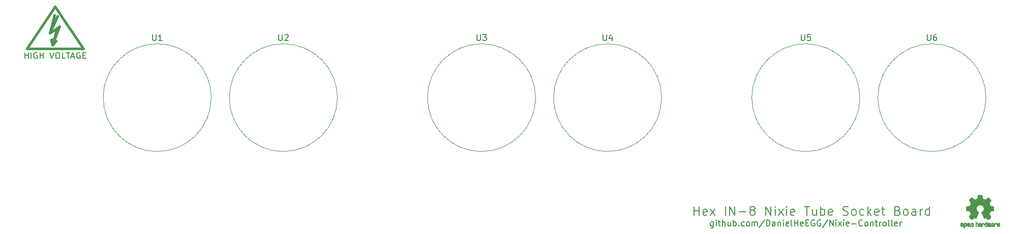
<source format=gbr>
%TF.GenerationSoftware,KiCad,Pcbnew,(5.1.5-131-g305ed0b65)-1*%
%TF.CreationDate,2020-09-08T16:14:20+08:00*%
%TF.ProjectId,IN-8,494e2d38-2e6b-4696-9361-645f70636258,rev?*%
%TF.SameCoordinates,Original*%
%TF.FileFunction,Legend,Top*%
%TF.FilePolarity,Positive*%
%FSLAX46Y46*%
G04 Gerber Fmt 4.6, Leading zero omitted, Abs format (unit mm)*
G04 Created by KiCad (PCBNEW (5.1.5-131-g305ed0b65)-1) date 2020-09-08 16:14:20*
%MOMM*%
%LPD*%
G01*
G04 APERTURE LIST*
%ADD10C,0.150000*%
%ADD11C,0.200000*%
%ADD12C,0.120000*%
%ADD13C,0.381000*%
%ADD14C,0.010000*%
G04 APERTURE END LIST*
D10*
X70952380Y-71452380D02*
X70952380Y-70452380D01*
X70952380Y-70928571D02*
X71523809Y-70928571D01*
X71523809Y-71452380D02*
X71523809Y-70452380D01*
X72000000Y-71452380D02*
X72000000Y-70452380D01*
X73000000Y-70500000D02*
X72904761Y-70452380D01*
X72761904Y-70452380D01*
X72619047Y-70500000D01*
X72523809Y-70595238D01*
X72476190Y-70690476D01*
X72428571Y-70880952D01*
X72428571Y-71023809D01*
X72476190Y-71214285D01*
X72523809Y-71309523D01*
X72619047Y-71404761D01*
X72761904Y-71452380D01*
X72857142Y-71452380D01*
X73000000Y-71404761D01*
X73047619Y-71357142D01*
X73047619Y-71023809D01*
X72857142Y-71023809D01*
X73476190Y-71452380D02*
X73476190Y-70452380D01*
X73476190Y-70928571D02*
X74047619Y-70928571D01*
X74047619Y-71452380D02*
X74047619Y-70452380D01*
X75142857Y-70452380D02*
X75476190Y-71452380D01*
X75809523Y-70452380D01*
X76333333Y-70452380D02*
X76523809Y-70452380D01*
X76619047Y-70500000D01*
X76714285Y-70595238D01*
X76761904Y-70785714D01*
X76761904Y-71119047D01*
X76714285Y-71309523D01*
X76619047Y-71404761D01*
X76523809Y-71452380D01*
X76333333Y-71452380D01*
X76238095Y-71404761D01*
X76142857Y-71309523D01*
X76095238Y-71119047D01*
X76095238Y-70785714D01*
X76142857Y-70595238D01*
X76238095Y-70500000D01*
X76333333Y-70452380D01*
X77666666Y-71452380D02*
X77190476Y-71452380D01*
X77190476Y-70452380D01*
X77857142Y-70452380D02*
X78428571Y-70452380D01*
X78142857Y-71452380D02*
X78142857Y-70452380D01*
X78714285Y-71166666D02*
X79190476Y-71166666D01*
X78619047Y-71452380D02*
X78952380Y-70452380D01*
X79285714Y-71452380D01*
X80142857Y-70500000D02*
X80047619Y-70452380D01*
X79904761Y-70452380D01*
X79761904Y-70500000D01*
X79666666Y-70595238D01*
X79619047Y-70690476D01*
X79571428Y-70880952D01*
X79571428Y-71023809D01*
X79619047Y-71214285D01*
X79666666Y-71309523D01*
X79761904Y-71404761D01*
X79904761Y-71452380D01*
X80000000Y-71452380D01*
X80142857Y-71404761D01*
X80190476Y-71357142D01*
X80190476Y-71023809D01*
X80000000Y-71023809D01*
X80619047Y-70928571D02*
X80952380Y-70928571D01*
X81095238Y-71452380D02*
X80619047Y-71452380D01*
X80619047Y-70452380D01*
X81095238Y-70452380D01*
X185595238Y-98785714D02*
X185595238Y-99595238D01*
X185547619Y-99690476D01*
X185500000Y-99738095D01*
X185404761Y-99785714D01*
X185261904Y-99785714D01*
X185166666Y-99738095D01*
X185595238Y-99404761D02*
X185500000Y-99452380D01*
X185309523Y-99452380D01*
X185214285Y-99404761D01*
X185166666Y-99357142D01*
X185119047Y-99261904D01*
X185119047Y-98976190D01*
X185166666Y-98880952D01*
X185214285Y-98833333D01*
X185309523Y-98785714D01*
X185500000Y-98785714D01*
X185595238Y-98833333D01*
X186071428Y-99452380D02*
X186071428Y-98785714D01*
X186071428Y-98452380D02*
X186023809Y-98500000D01*
X186071428Y-98547619D01*
X186119047Y-98500000D01*
X186071428Y-98452380D01*
X186071428Y-98547619D01*
X186404761Y-98785714D02*
X186785714Y-98785714D01*
X186547619Y-98452380D02*
X186547619Y-99309523D01*
X186595238Y-99404761D01*
X186690476Y-99452380D01*
X186785714Y-99452380D01*
X187119047Y-99452380D02*
X187119047Y-98452380D01*
X187547619Y-99452380D02*
X187547619Y-98928571D01*
X187500000Y-98833333D01*
X187404761Y-98785714D01*
X187261904Y-98785714D01*
X187166666Y-98833333D01*
X187119047Y-98880952D01*
X188452380Y-98785714D02*
X188452380Y-99452380D01*
X188023809Y-98785714D02*
X188023809Y-99309523D01*
X188071428Y-99404761D01*
X188166666Y-99452380D01*
X188309523Y-99452380D01*
X188404761Y-99404761D01*
X188452380Y-99357142D01*
X188928571Y-99452380D02*
X188928571Y-98452380D01*
X188928571Y-98833333D02*
X189023809Y-98785714D01*
X189214285Y-98785714D01*
X189309523Y-98833333D01*
X189357142Y-98880952D01*
X189404761Y-98976190D01*
X189404761Y-99261904D01*
X189357142Y-99357142D01*
X189309523Y-99404761D01*
X189214285Y-99452380D01*
X189023809Y-99452380D01*
X188928571Y-99404761D01*
X189833333Y-99357142D02*
X189880952Y-99404761D01*
X189833333Y-99452380D01*
X189785714Y-99404761D01*
X189833333Y-99357142D01*
X189833333Y-99452380D01*
X190738095Y-99404761D02*
X190642857Y-99452380D01*
X190452380Y-99452380D01*
X190357142Y-99404761D01*
X190309523Y-99357142D01*
X190261904Y-99261904D01*
X190261904Y-98976190D01*
X190309523Y-98880952D01*
X190357142Y-98833333D01*
X190452380Y-98785714D01*
X190642857Y-98785714D01*
X190738095Y-98833333D01*
X191309523Y-99452380D02*
X191214285Y-99404761D01*
X191166666Y-99357142D01*
X191119047Y-99261904D01*
X191119047Y-98976190D01*
X191166666Y-98880952D01*
X191214285Y-98833333D01*
X191309523Y-98785714D01*
X191452380Y-98785714D01*
X191547619Y-98833333D01*
X191595238Y-98880952D01*
X191642857Y-98976190D01*
X191642857Y-99261904D01*
X191595238Y-99357142D01*
X191547619Y-99404761D01*
X191452380Y-99452380D01*
X191309523Y-99452380D01*
X192071428Y-99452380D02*
X192071428Y-98785714D01*
X192071428Y-98880952D02*
X192119047Y-98833333D01*
X192214285Y-98785714D01*
X192357142Y-98785714D01*
X192452380Y-98833333D01*
X192500000Y-98928571D01*
X192500000Y-99452380D01*
X192500000Y-98928571D02*
X192547619Y-98833333D01*
X192642857Y-98785714D01*
X192785714Y-98785714D01*
X192880952Y-98833333D01*
X192928571Y-98928571D01*
X192928571Y-99452380D01*
X194119047Y-98404761D02*
X193261904Y-99690476D01*
X194452380Y-99452380D02*
X194452380Y-98452380D01*
X194690476Y-98452380D01*
X194833333Y-98500000D01*
X194928571Y-98595238D01*
X194976190Y-98690476D01*
X195023809Y-98880952D01*
X195023809Y-99023809D01*
X194976190Y-99214285D01*
X194928571Y-99309523D01*
X194833333Y-99404761D01*
X194690476Y-99452380D01*
X194452380Y-99452380D01*
X195880952Y-99452380D02*
X195880952Y-98928571D01*
X195833333Y-98833333D01*
X195738095Y-98785714D01*
X195547619Y-98785714D01*
X195452380Y-98833333D01*
X195880952Y-99404761D02*
X195785714Y-99452380D01*
X195547619Y-99452380D01*
X195452380Y-99404761D01*
X195404761Y-99309523D01*
X195404761Y-99214285D01*
X195452380Y-99119047D01*
X195547619Y-99071428D01*
X195785714Y-99071428D01*
X195880952Y-99023809D01*
X196357142Y-98785714D02*
X196357142Y-99452380D01*
X196357142Y-98880952D02*
X196404761Y-98833333D01*
X196500000Y-98785714D01*
X196642857Y-98785714D01*
X196738095Y-98833333D01*
X196785714Y-98928571D01*
X196785714Y-99452380D01*
X197261904Y-99452380D02*
X197261904Y-98785714D01*
X197261904Y-98452380D02*
X197214285Y-98500000D01*
X197261904Y-98547619D01*
X197309523Y-98500000D01*
X197261904Y-98452380D01*
X197261904Y-98547619D01*
X198119047Y-99404761D02*
X198023809Y-99452380D01*
X197833333Y-99452380D01*
X197738095Y-99404761D01*
X197690476Y-99309523D01*
X197690476Y-98928571D01*
X197738095Y-98833333D01*
X197833333Y-98785714D01*
X198023809Y-98785714D01*
X198119047Y-98833333D01*
X198166666Y-98928571D01*
X198166666Y-99023809D01*
X197690476Y-99119047D01*
X198738095Y-99452380D02*
X198642857Y-99404761D01*
X198595238Y-99309523D01*
X198595238Y-98452380D01*
X199119047Y-99452380D02*
X199119047Y-98452380D01*
X199119047Y-98928571D02*
X199690476Y-98928571D01*
X199690476Y-99452380D02*
X199690476Y-98452380D01*
X200547619Y-99404761D02*
X200452380Y-99452380D01*
X200261904Y-99452380D01*
X200166666Y-99404761D01*
X200119047Y-99309523D01*
X200119047Y-98928571D01*
X200166666Y-98833333D01*
X200261904Y-98785714D01*
X200452380Y-98785714D01*
X200547619Y-98833333D01*
X200595238Y-98928571D01*
X200595238Y-99023809D01*
X200119047Y-99119047D01*
X201023809Y-98928571D02*
X201357142Y-98928571D01*
X201500000Y-99452380D02*
X201023809Y-99452380D01*
X201023809Y-98452380D01*
X201500000Y-98452380D01*
X202452380Y-98500000D02*
X202357142Y-98452380D01*
X202214285Y-98452380D01*
X202071428Y-98500000D01*
X201976190Y-98595238D01*
X201928571Y-98690476D01*
X201880952Y-98880952D01*
X201880952Y-99023809D01*
X201928571Y-99214285D01*
X201976190Y-99309523D01*
X202071428Y-99404761D01*
X202214285Y-99452380D01*
X202309523Y-99452380D01*
X202452380Y-99404761D01*
X202500000Y-99357142D01*
X202500000Y-99023809D01*
X202309523Y-99023809D01*
X203452380Y-98500000D02*
X203357142Y-98452380D01*
X203214285Y-98452380D01*
X203071428Y-98500000D01*
X202976190Y-98595238D01*
X202928571Y-98690476D01*
X202880952Y-98880952D01*
X202880952Y-99023809D01*
X202928571Y-99214285D01*
X202976190Y-99309523D01*
X203071428Y-99404761D01*
X203214285Y-99452380D01*
X203309523Y-99452380D01*
X203452380Y-99404761D01*
X203500000Y-99357142D01*
X203500000Y-99023809D01*
X203309523Y-99023809D01*
X204642857Y-98404761D02*
X203785714Y-99690476D01*
X204976190Y-99452380D02*
X204976190Y-98452380D01*
X205547619Y-99452380D01*
X205547619Y-98452380D01*
X206023809Y-99452380D02*
X206023809Y-98785714D01*
X206023809Y-98452380D02*
X205976190Y-98500000D01*
X206023809Y-98547619D01*
X206071428Y-98500000D01*
X206023809Y-98452380D01*
X206023809Y-98547619D01*
X206404761Y-99452380D02*
X206928571Y-98785714D01*
X206404761Y-98785714D02*
X206928571Y-99452380D01*
X207309523Y-99452380D02*
X207309523Y-98785714D01*
X207309523Y-98452380D02*
X207261904Y-98500000D01*
X207309523Y-98547619D01*
X207357142Y-98500000D01*
X207309523Y-98452380D01*
X207309523Y-98547619D01*
X208166666Y-99404761D02*
X208071428Y-99452380D01*
X207880952Y-99452380D01*
X207785714Y-99404761D01*
X207738095Y-99309523D01*
X207738095Y-98928571D01*
X207785714Y-98833333D01*
X207880952Y-98785714D01*
X208071428Y-98785714D01*
X208166666Y-98833333D01*
X208214285Y-98928571D01*
X208214285Y-99023809D01*
X207738095Y-99119047D01*
X208642857Y-99071428D02*
X209404761Y-99071428D01*
X210452380Y-99357142D02*
X210404761Y-99404761D01*
X210261904Y-99452380D01*
X210166666Y-99452380D01*
X210023809Y-99404761D01*
X209928571Y-99309523D01*
X209880952Y-99214285D01*
X209833333Y-99023809D01*
X209833333Y-98880952D01*
X209880952Y-98690476D01*
X209928571Y-98595238D01*
X210023809Y-98500000D01*
X210166666Y-98452380D01*
X210261904Y-98452380D01*
X210404761Y-98500000D01*
X210452380Y-98547619D01*
X211023809Y-99452380D02*
X210928571Y-99404761D01*
X210880952Y-99357142D01*
X210833333Y-99261904D01*
X210833333Y-98976190D01*
X210880952Y-98880952D01*
X210928571Y-98833333D01*
X211023809Y-98785714D01*
X211166666Y-98785714D01*
X211261904Y-98833333D01*
X211309523Y-98880952D01*
X211357142Y-98976190D01*
X211357142Y-99261904D01*
X211309523Y-99357142D01*
X211261904Y-99404761D01*
X211166666Y-99452380D01*
X211023809Y-99452380D01*
X211785714Y-98785714D02*
X211785714Y-99452380D01*
X211785714Y-98880952D02*
X211833333Y-98833333D01*
X211928571Y-98785714D01*
X212071428Y-98785714D01*
X212166666Y-98833333D01*
X212214285Y-98928571D01*
X212214285Y-99452380D01*
X212547619Y-98785714D02*
X212928571Y-98785714D01*
X212690476Y-98452380D02*
X212690476Y-99309523D01*
X212738095Y-99404761D01*
X212833333Y-99452380D01*
X212928571Y-99452380D01*
X213261904Y-99452380D02*
X213261904Y-98785714D01*
X213261904Y-98976190D02*
X213309523Y-98880952D01*
X213357142Y-98833333D01*
X213452380Y-98785714D01*
X213547619Y-98785714D01*
X214023809Y-99452380D02*
X213928571Y-99404761D01*
X213880952Y-99357142D01*
X213833333Y-99261904D01*
X213833333Y-98976190D01*
X213880952Y-98880952D01*
X213928571Y-98833333D01*
X214023809Y-98785714D01*
X214166666Y-98785714D01*
X214261904Y-98833333D01*
X214309523Y-98880952D01*
X214357142Y-98976190D01*
X214357142Y-99261904D01*
X214309523Y-99357142D01*
X214261904Y-99404761D01*
X214166666Y-99452380D01*
X214023809Y-99452380D01*
X214928571Y-99452380D02*
X214833333Y-99404761D01*
X214785714Y-99309523D01*
X214785714Y-98452380D01*
X215452380Y-99452380D02*
X215357142Y-99404761D01*
X215309523Y-99309523D01*
X215309523Y-98452380D01*
X216214285Y-99404761D02*
X216119047Y-99452380D01*
X215928571Y-99452380D01*
X215833333Y-99404761D01*
X215785714Y-99309523D01*
X215785714Y-98928571D01*
X215833333Y-98833333D01*
X215928571Y-98785714D01*
X216119047Y-98785714D01*
X216214285Y-98833333D01*
X216261904Y-98928571D01*
X216261904Y-99023809D01*
X215785714Y-99119047D01*
X216690476Y-99452380D02*
X216690476Y-98785714D01*
X216690476Y-98976190D02*
X216738095Y-98880952D01*
X216785714Y-98833333D01*
X216880952Y-98785714D01*
X216976190Y-98785714D01*
D11*
X182392857Y-97678571D02*
X182392857Y-96178571D01*
X182392857Y-96892857D02*
X183249999Y-96892857D01*
X183249999Y-97678571D02*
X183249999Y-96178571D01*
X184535714Y-97607142D02*
X184392857Y-97678571D01*
X184107142Y-97678571D01*
X183964285Y-97607142D01*
X183892857Y-97464285D01*
X183892857Y-96892857D01*
X183964285Y-96750000D01*
X184107142Y-96678571D01*
X184392857Y-96678571D01*
X184535714Y-96750000D01*
X184607142Y-96892857D01*
X184607142Y-97035714D01*
X183892857Y-97178571D01*
X185107142Y-97678571D02*
X185892857Y-96678571D01*
X185107142Y-96678571D02*
X185892857Y-97678571D01*
X187607142Y-97678571D02*
X187607142Y-96178571D01*
X188321428Y-97678571D02*
X188321428Y-96178571D01*
X189178571Y-97678571D01*
X189178571Y-96178571D01*
X189892857Y-97107142D02*
X191035714Y-97107142D01*
X191964285Y-96821428D02*
X191821428Y-96750000D01*
X191749999Y-96678571D01*
X191678571Y-96535714D01*
X191678571Y-96464285D01*
X191749999Y-96321428D01*
X191821428Y-96250000D01*
X191964285Y-96178571D01*
X192249999Y-96178571D01*
X192392857Y-96250000D01*
X192464285Y-96321428D01*
X192535714Y-96464285D01*
X192535714Y-96535714D01*
X192464285Y-96678571D01*
X192392857Y-96750000D01*
X192249999Y-96821428D01*
X191964285Y-96821428D01*
X191821428Y-96892857D01*
X191749999Y-96964285D01*
X191678571Y-97107142D01*
X191678571Y-97392857D01*
X191749999Y-97535714D01*
X191821428Y-97607142D01*
X191964285Y-97678571D01*
X192249999Y-97678571D01*
X192392857Y-97607142D01*
X192464285Y-97535714D01*
X192535714Y-97392857D01*
X192535714Y-97107142D01*
X192464285Y-96964285D01*
X192392857Y-96892857D01*
X192249999Y-96821428D01*
X194321428Y-97678571D02*
X194321428Y-96178571D01*
X195178571Y-97678571D01*
X195178571Y-96178571D01*
X195892857Y-97678571D02*
X195892857Y-96678571D01*
X195892857Y-96178571D02*
X195821428Y-96250000D01*
X195892857Y-96321428D01*
X195964285Y-96250000D01*
X195892857Y-96178571D01*
X195892857Y-96321428D01*
X196464285Y-97678571D02*
X197249999Y-96678571D01*
X196464285Y-96678571D02*
X197249999Y-97678571D01*
X197821428Y-97678571D02*
X197821428Y-96678571D01*
X197821428Y-96178571D02*
X197749999Y-96250000D01*
X197821428Y-96321428D01*
X197892857Y-96250000D01*
X197821428Y-96178571D01*
X197821428Y-96321428D01*
X199107142Y-97607142D02*
X198964285Y-97678571D01*
X198678571Y-97678571D01*
X198535714Y-97607142D01*
X198464285Y-97464285D01*
X198464285Y-96892857D01*
X198535714Y-96750000D01*
X198678571Y-96678571D01*
X198964285Y-96678571D01*
X199107142Y-96750000D01*
X199178571Y-96892857D01*
X199178571Y-97035714D01*
X198464285Y-97178571D01*
X200749999Y-96178571D02*
X201607142Y-96178571D01*
X201178571Y-97678571D02*
X201178571Y-96178571D01*
X202749999Y-96678571D02*
X202749999Y-97678571D01*
X202107142Y-96678571D02*
X202107142Y-97464285D01*
X202178571Y-97607142D01*
X202321428Y-97678571D01*
X202535714Y-97678571D01*
X202678571Y-97607142D01*
X202749999Y-97535714D01*
X203464285Y-97678571D02*
X203464285Y-96178571D01*
X203464285Y-96750000D02*
X203607142Y-96678571D01*
X203892857Y-96678571D01*
X204035714Y-96750000D01*
X204107142Y-96821428D01*
X204178571Y-96964285D01*
X204178571Y-97392857D01*
X204107142Y-97535714D01*
X204035714Y-97607142D01*
X203892857Y-97678571D01*
X203607142Y-97678571D01*
X203464285Y-97607142D01*
X205392857Y-97607142D02*
X205250000Y-97678571D01*
X204964285Y-97678571D01*
X204821428Y-97607142D01*
X204750000Y-97464285D01*
X204750000Y-96892857D01*
X204821428Y-96750000D01*
X204964285Y-96678571D01*
X205250000Y-96678571D01*
X205392857Y-96750000D01*
X205464285Y-96892857D01*
X205464285Y-97035714D01*
X204750000Y-97178571D01*
X207178571Y-97607142D02*
X207392857Y-97678571D01*
X207750000Y-97678571D01*
X207892857Y-97607142D01*
X207964285Y-97535714D01*
X208035714Y-97392857D01*
X208035714Y-97250000D01*
X207964285Y-97107142D01*
X207892857Y-97035714D01*
X207750000Y-96964285D01*
X207464285Y-96892857D01*
X207321428Y-96821428D01*
X207250000Y-96750000D01*
X207178571Y-96607142D01*
X207178571Y-96464285D01*
X207250000Y-96321428D01*
X207321428Y-96250000D01*
X207464285Y-96178571D01*
X207821428Y-96178571D01*
X208035714Y-96250000D01*
X208892857Y-97678571D02*
X208750000Y-97607142D01*
X208678571Y-97535714D01*
X208607142Y-97392857D01*
X208607142Y-96964285D01*
X208678571Y-96821428D01*
X208750000Y-96750000D01*
X208892857Y-96678571D01*
X209107142Y-96678571D01*
X209250000Y-96750000D01*
X209321428Y-96821428D01*
X209392857Y-96964285D01*
X209392857Y-97392857D01*
X209321428Y-97535714D01*
X209250000Y-97607142D01*
X209107142Y-97678571D01*
X208892857Y-97678571D01*
X210678571Y-97607142D02*
X210535714Y-97678571D01*
X210250000Y-97678571D01*
X210107142Y-97607142D01*
X210035714Y-97535714D01*
X209964285Y-97392857D01*
X209964285Y-96964285D01*
X210035714Y-96821428D01*
X210107142Y-96750000D01*
X210250000Y-96678571D01*
X210535714Y-96678571D01*
X210678571Y-96750000D01*
X211321428Y-97678571D02*
X211321428Y-96178571D01*
X211464285Y-97107142D02*
X211892857Y-97678571D01*
X211892857Y-96678571D02*
X211321428Y-97250000D01*
X213107142Y-97607142D02*
X212964285Y-97678571D01*
X212678571Y-97678571D01*
X212535714Y-97607142D01*
X212464285Y-97464285D01*
X212464285Y-96892857D01*
X212535714Y-96750000D01*
X212678571Y-96678571D01*
X212964285Y-96678571D01*
X213107142Y-96750000D01*
X213178571Y-96892857D01*
X213178571Y-97035714D01*
X212464285Y-97178571D01*
X213607142Y-96678571D02*
X214178571Y-96678571D01*
X213821428Y-96178571D02*
X213821428Y-97464285D01*
X213892857Y-97607142D01*
X214035714Y-97678571D01*
X214178571Y-97678571D01*
X216321428Y-96892857D02*
X216535714Y-96964285D01*
X216607142Y-97035714D01*
X216678571Y-97178571D01*
X216678571Y-97392857D01*
X216607142Y-97535714D01*
X216535714Y-97607142D01*
X216392857Y-97678571D01*
X215821428Y-97678571D01*
X215821428Y-96178571D01*
X216321428Y-96178571D01*
X216464285Y-96250000D01*
X216535714Y-96321428D01*
X216607142Y-96464285D01*
X216607142Y-96607142D01*
X216535714Y-96750000D01*
X216464285Y-96821428D01*
X216321428Y-96892857D01*
X215821428Y-96892857D01*
X217535714Y-97678571D02*
X217392857Y-97607142D01*
X217321428Y-97535714D01*
X217250000Y-97392857D01*
X217250000Y-96964285D01*
X217321428Y-96821428D01*
X217392857Y-96750000D01*
X217535714Y-96678571D01*
X217750000Y-96678571D01*
X217892857Y-96750000D01*
X217964285Y-96821428D01*
X218035714Y-96964285D01*
X218035714Y-97392857D01*
X217964285Y-97535714D01*
X217892857Y-97607142D01*
X217750000Y-97678571D01*
X217535714Y-97678571D01*
X219321428Y-97678571D02*
X219321428Y-96892857D01*
X219250000Y-96750000D01*
X219107142Y-96678571D01*
X218821428Y-96678571D01*
X218678571Y-96750000D01*
X219321428Y-97607142D02*
X219178571Y-97678571D01*
X218821428Y-97678571D01*
X218678571Y-97607142D01*
X218607142Y-97464285D01*
X218607142Y-97321428D01*
X218678571Y-97178571D01*
X218821428Y-97107142D01*
X219178571Y-97107142D01*
X219321428Y-97035714D01*
X220035714Y-97678571D02*
X220035714Y-96678571D01*
X220035714Y-96964285D02*
X220107142Y-96821428D01*
X220178571Y-96750000D01*
X220321428Y-96678571D01*
X220464285Y-96678571D01*
X221607142Y-97678571D02*
X221607142Y-96178571D01*
X221607142Y-97607142D02*
X221464285Y-97678571D01*
X221178571Y-97678571D01*
X221035714Y-97607142D01*
X220964285Y-97535714D01*
X220892857Y-97392857D01*
X220892857Y-96964285D01*
X220964285Y-96821428D01*
X221035714Y-96750000D01*
X221178571Y-96678571D01*
X221464285Y-96678571D01*
X221607142Y-96750000D01*
D12*
%TO.C,U6*%
X231000000Y-78000000D02*
G75*
G03*
X231000000Y-78000000I-9000000J0D01*
G01*
%TO.C,U5*%
X210000000Y-78000000D02*
G75*
G03*
X210000000Y-78000000I-9000000J0D01*
G01*
%TO.C,U4*%
X177000000Y-78000000D02*
G75*
G03*
X177000000Y-78000000I-9000000J0D01*
G01*
%TO.C,U3*%
X156000000Y-78000000D02*
G75*
G03*
X156000000Y-78000000I-9000000J0D01*
G01*
%TO.C,U2*%
X123000000Y-78000000D02*
G75*
G03*
X123000000Y-78000000I-9000000J0D01*
G01*
%TO.C,U1*%
X102000000Y-78000000D02*
G75*
G03*
X102000000Y-78000000I-9000000J0D01*
G01*
D13*
%TO.C,REF\u002A\u002A*%
X75502160Y-69199640D02*
X76701040Y-66100840D01*
X76701040Y-66100840D02*
X76101600Y-66499620D01*
X75100840Y-67200660D02*
X76401320Y-64399040D01*
X75502160Y-69199640D02*
X76101600Y-68501140D01*
X75900940Y-64200920D02*
X75100840Y-67200660D01*
X75100840Y-67200660D02*
X76299720Y-66400560D01*
X76299720Y-66400560D02*
X75502160Y-69199640D01*
X75502160Y-69199640D02*
X75400560Y-68300480D01*
X76000000Y-62809000D02*
X80699000Y-69794000D01*
X80699000Y-69794000D02*
X71301000Y-69794000D01*
X71301000Y-69794000D02*
X76000000Y-62809000D01*
D14*
G36*
X227599744Y-98919918D02*
G01*
X227655201Y-98947568D01*
X227704148Y-98998480D01*
X227717629Y-99017338D01*
X227732314Y-99042015D01*
X227741842Y-99068816D01*
X227747293Y-99104587D01*
X227749747Y-99156169D01*
X227750286Y-99224267D01*
X227747852Y-99317588D01*
X227739394Y-99387657D01*
X227723174Y-99439931D01*
X227697454Y-99479869D01*
X227660497Y-99512929D01*
X227657782Y-99514886D01*
X227621360Y-99534908D01*
X227577502Y-99544815D01*
X227521724Y-99547257D01*
X227431048Y-99547257D01*
X227431010Y-99635283D01*
X227430166Y-99684308D01*
X227425024Y-99713065D01*
X227411587Y-99730311D01*
X227385858Y-99744808D01*
X227379679Y-99747769D01*
X227350764Y-99761648D01*
X227328376Y-99770414D01*
X227311729Y-99771171D01*
X227300036Y-99761023D01*
X227292510Y-99737073D01*
X227288366Y-99696426D01*
X227286815Y-99636186D01*
X227287071Y-99553455D01*
X227288349Y-99445339D01*
X227288748Y-99413000D01*
X227290185Y-99301524D01*
X227291472Y-99228603D01*
X227430971Y-99228603D01*
X227431755Y-99290499D01*
X227435240Y-99330997D01*
X227443124Y-99357708D01*
X227457105Y-99378244D01*
X227466597Y-99388260D01*
X227505404Y-99417567D01*
X227539763Y-99419952D01*
X227575216Y-99395750D01*
X227576114Y-99394857D01*
X227590539Y-99376153D01*
X227599313Y-99350732D01*
X227603739Y-99311584D01*
X227605118Y-99251697D01*
X227605143Y-99238430D01*
X227601812Y-99155901D01*
X227590969Y-99098691D01*
X227571340Y-99063766D01*
X227541650Y-99048094D01*
X227524491Y-99046514D01*
X227483766Y-99053926D01*
X227455832Y-99078330D01*
X227439017Y-99122980D01*
X227431650Y-99191130D01*
X227430971Y-99228603D01*
X227291472Y-99228603D01*
X227291708Y-99215245D01*
X227293677Y-99150333D01*
X227296450Y-99102958D01*
X227300388Y-99069290D01*
X227305849Y-99045498D01*
X227313192Y-99027753D01*
X227322777Y-99012224D01*
X227326887Y-99006381D01*
X227381405Y-98951185D01*
X227450336Y-98919890D01*
X227530072Y-98911165D01*
X227599744Y-98919918D01*
G37*
X227599744Y-98919918D02*
X227655201Y-98947568D01*
X227704148Y-98998480D01*
X227717629Y-99017338D01*
X227732314Y-99042015D01*
X227741842Y-99068816D01*
X227747293Y-99104587D01*
X227749747Y-99156169D01*
X227750286Y-99224267D01*
X227747852Y-99317588D01*
X227739394Y-99387657D01*
X227723174Y-99439931D01*
X227697454Y-99479869D01*
X227660497Y-99512929D01*
X227657782Y-99514886D01*
X227621360Y-99534908D01*
X227577502Y-99544815D01*
X227521724Y-99547257D01*
X227431048Y-99547257D01*
X227431010Y-99635283D01*
X227430166Y-99684308D01*
X227425024Y-99713065D01*
X227411587Y-99730311D01*
X227385858Y-99744808D01*
X227379679Y-99747769D01*
X227350764Y-99761648D01*
X227328376Y-99770414D01*
X227311729Y-99771171D01*
X227300036Y-99761023D01*
X227292510Y-99737073D01*
X227288366Y-99696426D01*
X227286815Y-99636186D01*
X227287071Y-99553455D01*
X227288349Y-99445339D01*
X227288748Y-99413000D01*
X227290185Y-99301524D01*
X227291472Y-99228603D01*
X227430971Y-99228603D01*
X227431755Y-99290499D01*
X227435240Y-99330997D01*
X227443124Y-99357708D01*
X227457105Y-99378244D01*
X227466597Y-99388260D01*
X227505404Y-99417567D01*
X227539763Y-99419952D01*
X227575216Y-99395750D01*
X227576114Y-99394857D01*
X227590539Y-99376153D01*
X227599313Y-99350732D01*
X227603739Y-99311584D01*
X227605118Y-99251697D01*
X227605143Y-99238430D01*
X227601812Y-99155901D01*
X227590969Y-99098691D01*
X227571340Y-99063766D01*
X227541650Y-99048094D01*
X227524491Y-99046514D01*
X227483766Y-99053926D01*
X227455832Y-99078330D01*
X227439017Y-99122980D01*
X227431650Y-99191130D01*
X227430971Y-99228603D01*
X227291472Y-99228603D01*
X227291708Y-99215245D01*
X227293677Y-99150333D01*
X227296450Y-99102958D01*
X227300388Y-99069290D01*
X227305849Y-99045498D01*
X227313192Y-99027753D01*
X227322777Y-99012224D01*
X227326887Y-99006381D01*
X227381405Y-98951185D01*
X227450336Y-98919890D01*
X227530072Y-98911165D01*
X227599744Y-98919918D01*
G36*
X228716093Y-98927780D02*
G01*
X228762672Y-98954723D01*
X228795057Y-98981466D01*
X228818742Y-99009484D01*
X228835059Y-99043748D01*
X228845339Y-99089227D01*
X228850914Y-99150892D01*
X228853116Y-99233711D01*
X228853371Y-99293246D01*
X228853371Y-99512391D01*
X228791686Y-99540044D01*
X228730000Y-99567697D01*
X228722743Y-99327670D01*
X228719744Y-99238028D01*
X228716598Y-99172962D01*
X228712701Y-99128026D01*
X228707447Y-99098770D01*
X228700231Y-99080748D01*
X228690450Y-99069511D01*
X228687312Y-99067079D01*
X228639761Y-99048083D01*
X228591697Y-99055600D01*
X228563086Y-99075543D01*
X228551447Y-99089675D01*
X228543391Y-99108220D01*
X228538271Y-99136334D01*
X228535441Y-99179173D01*
X228534256Y-99241895D01*
X228534057Y-99307261D01*
X228534018Y-99389268D01*
X228532614Y-99447316D01*
X228527914Y-99486465D01*
X228517987Y-99511780D01*
X228500903Y-99528323D01*
X228474732Y-99541156D01*
X228439775Y-99554491D01*
X228401596Y-99569007D01*
X228406141Y-99311389D01*
X228407971Y-99218519D01*
X228410112Y-99149889D01*
X228413181Y-99100711D01*
X228417794Y-99066198D01*
X228424568Y-99041562D01*
X228434119Y-99022016D01*
X228445634Y-99004770D01*
X228501190Y-98949680D01*
X228568980Y-98917822D01*
X228642713Y-98910191D01*
X228716093Y-98927780D01*
G37*
X228716093Y-98927780D02*
X228762672Y-98954723D01*
X228795057Y-98981466D01*
X228818742Y-99009484D01*
X228835059Y-99043748D01*
X228845339Y-99089227D01*
X228850914Y-99150892D01*
X228853116Y-99233711D01*
X228853371Y-99293246D01*
X228853371Y-99512391D01*
X228791686Y-99540044D01*
X228730000Y-99567697D01*
X228722743Y-99327670D01*
X228719744Y-99238028D01*
X228716598Y-99172962D01*
X228712701Y-99128026D01*
X228707447Y-99098770D01*
X228700231Y-99080748D01*
X228690450Y-99069511D01*
X228687312Y-99067079D01*
X228639761Y-99048083D01*
X228591697Y-99055600D01*
X228563086Y-99075543D01*
X228551447Y-99089675D01*
X228543391Y-99108220D01*
X228538271Y-99136334D01*
X228535441Y-99179173D01*
X228534256Y-99241895D01*
X228534057Y-99307261D01*
X228534018Y-99389268D01*
X228532614Y-99447316D01*
X228527914Y-99486465D01*
X228517987Y-99511780D01*
X228500903Y-99528323D01*
X228474732Y-99541156D01*
X228439775Y-99554491D01*
X228401596Y-99569007D01*
X228406141Y-99311389D01*
X228407971Y-99218519D01*
X228410112Y-99149889D01*
X228413181Y-99100711D01*
X228417794Y-99066198D01*
X228424568Y-99041562D01*
X228434119Y-99022016D01*
X228445634Y-99004770D01*
X228501190Y-98949680D01*
X228568980Y-98917822D01*
X228642713Y-98910191D01*
X228716093Y-98927780D01*
G36*
X227041115Y-98921962D02*
G01*
X227109145Y-98957733D01*
X227159351Y-99015301D01*
X227177185Y-99052312D01*
X227191063Y-99107882D01*
X227198167Y-99178096D01*
X227198840Y-99254727D01*
X227193427Y-99329552D01*
X227182270Y-99394342D01*
X227165714Y-99440873D01*
X227160626Y-99448887D01*
X227100355Y-99508707D01*
X227028769Y-99544535D01*
X226951092Y-99555020D01*
X226872548Y-99538810D01*
X226850689Y-99529092D01*
X226808122Y-99499143D01*
X226770763Y-99459433D01*
X226767232Y-99454397D01*
X226752881Y-99430124D01*
X226743394Y-99404178D01*
X226737790Y-99370022D01*
X226735086Y-99321119D01*
X226734299Y-99250935D01*
X226734286Y-99235200D01*
X226734322Y-99230192D01*
X226879429Y-99230192D01*
X226880273Y-99296430D01*
X226883596Y-99340386D01*
X226890583Y-99368779D01*
X226902416Y-99388325D01*
X226908457Y-99394857D01*
X226943186Y-99419680D01*
X226976903Y-99418548D01*
X227010995Y-99397016D01*
X227031329Y-99374029D01*
X227043371Y-99340478D01*
X227050134Y-99287569D01*
X227050598Y-99281399D01*
X227051752Y-99185513D01*
X227039688Y-99114299D01*
X227014570Y-99068194D01*
X226976560Y-99047635D01*
X226962992Y-99046514D01*
X226927364Y-99052152D01*
X226902994Y-99071686D01*
X226888093Y-99109042D01*
X226880875Y-99168150D01*
X226879429Y-99230192D01*
X226734322Y-99230192D01*
X226734826Y-99160413D01*
X226737096Y-99108159D01*
X226742068Y-99071949D01*
X226750713Y-99045299D01*
X226764005Y-99021722D01*
X226766943Y-99017338D01*
X226816313Y-98958249D01*
X226870109Y-98923947D01*
X226935602Y-98910331D01*
X226957842Y-98909665D01*
X227041115Y-98921962D01*
G37*
X227041115Y-98921962D02*
X227109145Y-98957733D01*
X227159351Y-99015301D01*
X227177185Y-99052312D01*
X227191063Y-99107882D01*
X227198167Y-99178096D01*
X227198840Y-99254727D01*
X227193427Y-99329552D01*
X227182270Y-99394342D01*
X227165714Y-99440873D01*
X227160626Y-99448887D01*
X227100355Y-99508707D01*
X227028769Y-99544535D01*
X226951092Y-99555020D01*
X226872548Y-99538810D01*
X226850689Y-99529092D01*
X226808122Y-99499143D01*
X226770763Y-99459433D01*
X226767232Y-99454397D01*
X226752881Y-99430124D01*
X226743394Y-99404178D01*
X226737790Y-99370022D01*
X226735086Y-99321119D01*
X226734299Y-99250935D01*
X226734286Y-99235200D01*
X226734322Y-99230192D01*
X226879429Y-99230192D01*
X226880273Y-99296430D01*
X226883596Y-99340386D01*
X226890583Y-99368779D01*
X226902416Y-99388325D01*
X226908457Y-99394857D01*
X226943186Y-99419680D01*
X226976903Y-99418548D01*
X227010995Y-99397016D01*
X227031329Y-99374029D01*
X227043371Y-99340478D01*
X227050134Y-99287569D01*
X227050598Y-99281399D01*
X227051752Y-99185513D01*
X227039688Y-99114299D01*
X227014570Y-99068194D01*
X226976560Y-99047635D01*
X226962992Y-99046514D01*
X226927364Y-99052152D01*
X226902994Y-99071686D01*
X226888093Y-99109042D01*
X226880875Y-99168150D01*
X226879429Y-99230192D01*
X226734322Y-99230192D01*
X226734826Y-99160413D01*
X226737096Y-99108159D01*
X226742068Y-99071949D01*
X226750713Y-99045299D01*
X226764005Y-99021722D01*
X226766943Y-99017338D01*
X226816313Y-98958249D01*
X226870109Y-98923947D01*
X226935602Y-98910331D01*
X226957842Y-98909665D01*
X227041115Y-98921962D01*
G36*
X228168303Y-98931239D02*
G01*
X228225527Y-98969735D01*
X228269749Y-99025335D01*
X228296167Y-99096086D01*
X228301510Y-99148162D01*
X228300903Y-99169893D01*
X228295822Y-99186531D01*
X228281855Y-99201437D01*
X228254589Y-99217973D01*
X228209612Y-99239498D01*
X228142511Y-99269374D01*
X228142171Y-99269524D01*
X228080407Y-99297813D01*
X228029759Y-99322933D01*
X227995404Y-99342179D01*
X227982518Y-99352848D01*
X227982514Y-99352934D01*
X227993872Y-99376166D01*
X228020431Y-99401774D01*
X228050923Y-99420221D01*
X228066370Y-99423886D01*
X228108515Y-99411212D01*
X228144808Y-99379471D01*
X228162517Y-99344572D01*
X228179552Y-99318845D01*
X228212922Y-99289546D01*
X228252149Y-99264235D01*
X228286756Y-99250471D01*
X228293993Y-99249714D01*
X228302139Y-99262160D01*
X228302630Y-99293972D01*
X228296643Y-99336866D01*
X228285357Y-99382558D01*
X228269950Y-99422761D01*
X228269171Y-99424322D01*
X228222804Y-99489062D01*
X228162711Y-99533097D01*
X228094465Y-99554711D01*
X228023638Y-99552185D01*
X227955804Y-99523804D01*
X227952788Y-99521808D01*
X227899427Y-99473448D01*
X227864340Y-99410352D01*
X227844922Y-99327387D01*
X227842316Y-99304078D01*
X227837701Y-99194055D01*
X227843233Y-99142748D01*
X227982514Y-99142748D01*
X227984324Y-99174753D01*
X227994222Y-99184093D01*
X228018898Y-99177105D01*
X228057795Y-99160587D01*
X228101275Y-99139881D01*
X228102356Y-99139333D01*
X228139209Y-99119949D01*
X228154000Y-99107013D01*
X228150353Y-99093451D01*
X228134995Y-99075632D01*
X228095923Y-99049845D01*
X228053846Y-99047950D01*
X228016103Y-99066717D01*
X227990034Y-99102915D01*
X227982514Y-99142748D01*
X227843233Y-99142748D01*
X227847194Y-99106027D01*
X227871550Y-99036212D01*
X227905456Y-98987302D01*
X227966653Y-98937878D01*
X228034063Y-98913359D01*
X228102880Y-98911797D01*
X228168303Y-98931239D01*
G37*
X228168303Y-98931239D02*
X228225527Y-98969735D01*
X228269749Y-99025335D01*
X228296167Y-99096086D01*
X228301510Y-99148162D01*
X228300903Y-99169893D01*
X228295822Y-99186531D01*
X228281855Y-99201437D01*
X228254589Y-99217973D01*
X228209612Y-99239498D01*
X228142511Y-99269374D01*
X228142171Y-99269524D01*
X228080407Y-99297813D01*
X228029759Y-99322933D01*
X227995404Y-99342179D01*
X227982518Y-99352848D01*
X227982514Y-99352934D01*
X227993872Y-99376166D01*
X228020431Y-99401774D01*
X228050923Y-99420221D01*
X228066370Y-99423886D01*
X228108515Y-99411212D01*
X228144808Y-99379471D01*
X228162517Y-99344572D01*
X228179552Y-99318845D01*
X228212922Y-99289546D01*
X228252149Y-99264235D01*
X228286756Y-99250471D01*
X228293993Y-99249714D01*
X228302139Y-99262160D01*
X228302630Y-99293972D01*
X228296643Y-99336866D01*
X228285357Y-99382558D01*
X228269950Y-99422761D01*
X228269171Y-99424322D01*
X228222804Y-99489062D01*
X228162711Y-99533097D01*
X228094465Y-99554711D01*
X228023638Y-99552185D01*
X227955804Y-99523804D01*
X227952788Y-99521808D01*
X227899427Y-99473448D01*
X227864340Y-99410352D01*
X227844922Y-99327387D01*
X227842316Y-99304078D01*
X227837701Y-99194055D01*
X227843233Y-99142748D01*
X227982514Y-99142748D01*
X227984324Y-99174753D01*
X227994222Y-99184093D01*
X228018898Y-99177105D01*
X228057795Y-99160587D01*
X228101275Y-99139881D01*
X228102356Y-99139333D01*
X228139209Y-99119949D01*
X228154000Y-99107013D01*
X228150353Y-99093451D01*
X228134995Y-99075632D01*
X228095923Y-99049845D01*
X228053846Y-99047950D01*
X228016103Y-99066717D01*
X227990034Y-99102915D01*
X227982514Y-99142748D01*
X227843233Y-99142748D01*
X227847194Y-99106027D01*
X227871550Y-99036212D01*
X227905456Y-98987302D01*
X227966653Y-98937878D01*
X228034063Y-98913359D01*
X228102880Y-98911797D01*
X228168303Y-98931239D01*
G36*
X229375886Y-98851289D02*
G01*
X229380139Y-98910613D01*
X229385025Y-98945572D01*
X229391795Y-98960820D01*
X229401702Y-98961015D01*
X229404914Y-98959195D01*
X229447644Y-98946015D01*
X229503227Y-98946785D01*
X229559737Y-98960333D01*
X229595082Y-98977861D01*
X229631321Y-99005861D01*
X229657813Y-99037549D01*
X229675999Y-99077813D01*
X229687322Y-99131543D01*
X229693222Y-99203626D01*
X229695143Y-99298951D01*
X229695177Y-99317237D01*
X229695200Y-99522646D01*
X229649491Y-99538580D01*
X229617027Y-99549420D01*
X229599215Y-99554468D01*
X229598691Y-99554514D01*
X229596937Y-99540828D01*
X229595444Y-99503076D01*
X229594326Y-99446224D01*
X229593697Y-99375234D01*
X229593600Y-99332073D01*
X229593398Y-99246973D01*
X229592358Y-99185981D01*
X229589831Y-99144177D01*
X229585164Y-99116642D01*
X229577707Y-99098456D01*
X229566811Y-99084698D01*
X229560007Y-99078073D01*
X229513272Y-99051375D01*
X229462272Y-99049375D01*
X229416001Y-99071955D01*
X229407444Y-99080107D01*
X229394893Y-99095436D01*
X229386188Y-99113618D01*
X229380631Y-99139909D01*
X229377526Y-99179562D01*
X229376176Y-99237832D01*
X229375886Y-99318173D01*
X229375886Y-99522646D01*
X229330177Y-99538580D01*
X229297713Y-99549420D01*
X229279901Y-99554468D01*
X229279377Y-99554514D01*
X229278037Y-99540623D01*
X229276828Y-99501439D01*
X229275801Y-99440700D01*
X229275002Y-99362141D01*
X229274481Y-99269498D01*
X229274286Y-99166509D01*
X229274286Y-98769342D01*
X229321457Y-98749444D01*
X229368629Y-98729547D01*
X229375886Y-98851289D01*
G37*
X229375886Y-98851289D02*
X229380139Y-98910613D01*
X229385025Y-98945572D01*
X229391795Y-98960820D01*
X229401702Y-98961015D01*
X229404914Y-98959195D01*
X229447644Y-98946015D01*
X229503227Y-98946785D01*
X229559737Y-98960333D01*
X229595082Y-98977861D01*
X229631321Y-99005861D01*
X229657813Y-99037549D01*
X229675999Y-99077813D01*
X229687322Y-99131543D01*
X229693222Y-99203626D01*
X229695143Y-99298951D01*
X229695177Y-99317237D01*
X229695200Y-99522646D01*
X229649491Y-99538580D01*
X229617027Y-99549420D01*
X229599215Y-99554468D01*
X229598691Y-99554514D01*
X229596937Y-99540828D01*
X229595444Y-99503076D01*
X229594326Y-99446224D01*
X229593697Y-99375234D01*
X229593600Y-99332073D01*
X229593398Y-99246973D01*
X229592358Y-99185981D01*
X229589831Y-99144177D01*
X229585164Y-99116642D01*
X229577707Y-99098456D01*
X229566811Y-99084698D01*
X229560007Y-99078073D01*
X229513272Y-99051375D01*
X229462272Y-99049375D01*
X229416001Y-99071955D01*
X229407444Y-99080107D01*
X229394893Y-99095436D01*
X229386188Y-99113618D01*
X229380631Y-99139909D01*
X229377526Y-99179562D01*
X229376176Y-99237832D01*
X229375886Y-99318173D01*
X229375886Y-99522646D01*
X229330177Y-99538580D01*
X229297713Y-99549420D01*
X229279901Y-99554468D01*
X229279377Y-99554514D01*
X229278037Y-99540623D01*
X229276828Y-99501439D01*
X229275801Y-99440700D01*
X229275002Y-99362141D01*
X229274481Y-99269498D01*
X229274286Y-99166509D01*
X229274286Y-98769342D01*
X229321457Y-98749444D01*
X229368629Y-98729547D01*
X229375886Y-98851289D01*
G36*
X230039744Y-98950968D02*
G01*
X230096616Y-98972087D01*
X230097267Y-98972493D01*
X230132440Y-98998380D01*
X230158407Y-99028633D01*
X230176670Y-99068058D01*
X230188732Y-99121462D01*
X230196096Y-99193651D01*
X230200264Y-99289432D01*
X230200629Y-99303078D01*
X230205876Y-99508842D01*
X230161716Y-99531678D01*
X230129763Y-99547110D01*
X230110470Y-99554423D01*
X230109578Y-99554514D01*
X230106239Y-99541022D01*
X230103587Y-99504626D01*
X230101956Y-99451452D01*
X230101600Y-99408393D01*
X230101592Y-99338641D01*
X230098403Y-99294837D01*
X230087288Y-99273944D01*
X230063501Y-99272925D01*
X230022296Y-99288741D01*
X229960086Y-99317815D01*
X229914341Y-99341963D01*
X229890813Y-99362913D01*
X229883896Y-99385747D01*
X229883886Y-99386877D01*
X229895299Y-99426212D01*
X229929092Y-99447462D01*
X229980809Y-99450539D01*
X230018061Y-99450006D01*
X230037703Y-99460735D01*
X230049952Y-99486505D01*
X230057002Y-99519337D01*
X230046842Y-99537966D01*
X230043017Y-99540632D01*
X230007001Y-99551340D01*
X229956566Y-99552856D01*
X229904626Y-99545759D01*
X229867822Y-99532788D01*
X229816938Y-99489585D01*
X229788014Y-99429446D01*
X229782286Y-99382462D01*
X229786657Y-99340082D01*
X229802475Y-99305488D01*
X229833797Y-99274763D01*
X229884678Y-99243990D01*
X229959176Y-99209252D01*
X229963714Y-99207288D01*
X230030821Y-99176287D01*
X230072232Y-99150862D01*
X230089981Y-99128014D01*
X230086107Y-99104745D01*
X230062643Y-99078056D01*
X230055627Y-99071914D01*
X230008630Y-99048100D01*
X229959933Y-99049103D01*
X229917522Y-99072451D01*
X229889384Y-99115675D01*
X229886769Y-99124160D01*
X229861308Y-99165308D01*
X229829001Y-99185128D01*
X229782286Y-99204770D01*
X229782286Y-99153950D01*
X229796496Y-99080082D01*
X229838675Y-99012327D01*
X229860624Y-98989661D01*
X229910517Y-98960569D01*
X229973967Y-98947400D01*
X230039744Y-98950968D01*
G37*
X230039744Y-98950968D02*
X230096616Y-98972087D01*
X230097267Y-98972493D01*
X230132440Y-98998380D01*
X230158407Y-99028633D01*
X230176670Y-99068058D01*
X230188732Y-99121462D01*
X230196096Y-99193651D01*
X230200264Y-99289432D01*
X230200629Y-99303078D01*
X230205876Y-99508842D01*
X230161716Y-99531678D01*
X230129763Y-99547110D01*
X230110470Y-99554423D01*
X230109578Y-99554514D01*
X230106239Y-99541022D01*
X230103587Y-99504626D01*
X230101956Y-99451452D01*
X230101600Y-99408393D01*
X230101592Y-99338641D01*
X230098403Y-99294837D01*
X230087288Y-99273944D01*
X230063501Y-99272925D01*
X230022296Y-99288741D01*
X229960086Y-99317815D01*
X229914341Y-99341963D01*
X229890813Y-99362913D01*
X229883896Y-99385747D01*
X229883886Y-99386877D01*
X229895299Y-99426212D01*
X229929092Y-99447462D01*
X229980809Y-99450539D01*
X230018061Y-99450006D01*
X230037703Y-99460735D01*
X230049952Y-99486505D01*
X230057002Y-99519337D01*
X230046842Y-99537966D01*
X230043017Y-99540632D01*
X230007001Y-99551340D01*
X229956566Y-99552856D01*
X229904626Y-99545759D01*
X229867822Y-99532788D01*
X229816938Y-99489585D01*
X229788014Y-99429446D01*
X229782286Y-99382462D01*
X229786657Y-99340082D01*
X229802475Y-99305488D01*
X229833797Y-99274763D01*
X229884678Y-99243990D01*
X229959176Y-99209252D01*
X229963714Y-99207288D01*
X230030821Y-99176287D01*
X230072232Y-99150862D01*
X230089981Y-99128014D01*
X230086107Y-99104745D01*
X230062643Y-99078056D01*
X230055627Y-99071914D01*
X230008630Y-99048100D01*
X229959933Y-99049103D01*
X229917522Y-99072451D01*
X229889384Y-99115675D01*
X229886769Y-99124160D01*
X229861308Y-99165308D01*
X229829001Y-99185128D01*
X229782286Y-99204770D01*
X229782286Y-99153950D01*
X229796496Y-99080082D01*
X229838675Y-99012327D01*
X229860624Y-98989661D01*
X229910517Y-98960569D01*
X229973967Y-98947400D01*
X230039744Y-98950968D01*
G36*
X230529926Y-98949755D02*
G01*
X230595858Y-98974084D01*
X230649273Y-99017117D01*
X230670164Y-99047409D01*
X230692939Y-99102994D01*
X230692466Y-99143186D01*
X230668562Y-99170217D01*
X230659717Y-99174813D01*
X230621530Y-99189144D01*
X230602028Y-99185472D01*
X230595422Y-99161407D01*
X230595086Y-99148114D01*
X230582992Y-99099210D01*
X230551471Y-99064999D01*
X230507659Y-99048476D01*
X230458695Y-99052634D01*
X230418894Y-99074227D01*
X230405450Y-99086544D01*
X230395921Y-99101487D01*
X230389485Y-99124075D01*
X230385317Y-99159328D01*
X230382597Y-99212266D01*
X230380502Y-99287907D01*
X230379960Y-99311857D01*
X230377981Y-99393790D01*
X230375731Y-99451455D01*
X230372357Y-99489608D01*
X230367006Y-99513004D01*
X230358824Y-99526398D01*
X230346959Y-99534545D01*
X230339362Y-99538144D01*
X230307102Y-99550452D01*
X230288111Y-99554514D01*
X230281836Y-99540948D01*
X230278006Y-99499934D01*
X230276600Y-99430999D01*
X230277598Y-99333669D01*
X230277908Y-99318657D01*
X230280101Y-99229859D01*
X230282693Y-99165019D01*
X230286382Y-99119067D01*
X230291864Y-99086935D01*
X230299835Y-99063553D01*
X230310993Y-99043852D01*
X230316830Y-99035410D01*
X230350296Y-98998057D01*
X230387727Y-98969003D01*
X230392309Y-98966467D01*
X230459426Y-98946443D01*
X230529926Y-98949755D01*
G37*
X230529926Y-98949755D02*
X230595858Y-98974084D01*
X230649273Y-99017117D01*
X230670164Y-99047409D01*
X230692939Y-99102994D01*
X230692466Y-99143186D01*
X230668562Y-99170217D01*
X230659717Y-99174813D01*
X230621530Y-99189144D01*
X230602028Y-99185472D01*
X230595422Y-99161407D01*
X230595086Y-99148114D01*
X230582992Y-99099210D01*
X230551471Y-99064999D01*
X230507659Y-99048476D01*
X230458695Y-99052634D01*
X230418894Y-99074227D01*
X230405450Y-99086544D01*
X230395921Y-99101487D01*
X230389485Y-99124075D01*
X230385317Y-99159328D01*
X230382597Y-99212266D01*
X230380502Y-99287907D01*
X230379960Y-99311857D01*
X230377981Y-99393790D01*
X230375731Y-99451455D01*
X230372357Y-99489608D01*
X230367006Y-99513004D01*
X230358824Y-99526398D01*
X230346959Y-99534545D01*
X230339362Y-99538144D01*
X230307102Y-99550452D01*
X230288111Y-99554514D01*
X230281836Y-99540948D01*
X230278006Y-99499934D01*
X230276600Y-99430999D01*
X230277598Y-99333669D01*
X230277908Y-99318657D01*
X230280101Y-99229859D01*
X230282693Y-99165019D01*
X230286382Y-99119067D01*
X230291864Y-99086935D01*
X230299835Y-99063553D01*
X230310993Y-99043852D01*
X230316830Y-99035410D01*
X230350296Y-98998057D01*
X230387727Y-98969003D01*
X230392309Y-98966467D01*
X230459426Y-98946443D01*
X230529926Y-98949755D01*
G36*
X231190117Y-99065358D02*
G01*
X231189933Y-99173837D01*
X231189219Y-99257287D01*
X231187675Y-99319704D01*
X231185001Y-99365085D01*
X231180894Y-99397429D01*
X231175055Y-99420733D01*
X231167182Y-99438995D01*
X231161221Y-99449418D01*
X231111855Y-99505945D01*
X231049264Y-99541377D01*
X230980013Y-99554090D01*
X230910668Y-99542463D01*
X230869375Y-99521568D01*
X230826025Y-99485422D01*
X230796481Y-99441276D01*
X230778655Y-99383462D01*
X230770463Y-99306313D01*
X230769302Y-99249714D01*
X230769458Y-99245647D01*
X230870857Y-99245647D01*
X230871476Y-99310550D01*
X230874314Y-99353514D01*
X230880840Y-99381622D01*
X230892523Y-99401953D01*
X230906483Y-99417288D01*
X230953365Y-99446890D01*
X231003701Y-99449419D01*
X231051276Y-99424705D01*
X231054979Y-99421356D01*
X231070783Y-99403935D01*
X231080693Y-99383209D01*
X231086058Y-99352362D01*
X231088228Y-99304577D01*
X231088571Y-99251748D01*
X231087827Y-99185381D01*
X231084748Y-99141106D01*
X231078061Y-99112009D01*
X231066496Y-99091173D01*
X231057013Y-99080107D01*
X231012960Y-99052198D01*
X230962224Y-99048843D01*
X230913796Y-99070159D01*
X230904450Y-99078073D01*
X230888540Y-99095647D01*
X230878610Y-99116587D01*
X230873278Y-99147782D01*
X230871163Y-99196122D01*
X230870857Y-99245647D01*
X230769458Y-99245647D01*
X230772810Y-99158568D01*
X230784726Y-99090086D01*
X230807135Y-99038600D01*
X230842124Y-98998443D01*
X230869375Y-98977861D01*
X230918907Y-98955625D01*
X230976316Y-98945304D01*
X231029682Y-98948067D01*
X231059543Y-98959212D01*
X231071261Y-98962383D01*
X231079037Y-98950557D01*
X231084465Y-98918866D01*
X231088571Y-98870593D01*
X231093067Y-98816829D01*
X231099313Y-98784482D01*
X231110676Y-98765985D01*
X231130528Y-98753770D01*
X231143000Y-98748362D01*
X231190171Y-98728601D01*
X231190117Y-99065358D01*
G37*
X231190117Y-99065358D02*
X231189933Y-99173837D01*
X231189219Y-99257287D01*
X231187675Y-99319704D01*
X231185001Y-99365085D01*
X231180894Y-99397429D01*
X231175055Y-99420733D01*
X231167182Y-99438995D01*
X231161221Y-99449418D01*
X231111855Y-99505945D01*
X231049264Y-99541377D01*
X230980013Y-99554090D01*
X230910668Y-99542463D01*
X230869375Y-99521568D01*
X230826025Y-99485422D01*
X230796481Y-99441276D01*
X230778655Y-99383462D01*
X230770463Y-99306313D01*
X230769302Y-99249714D01*
X230769458Y-99245647D01*
X230870857Y-99245647D01*
X230871476Y-99310550D01*
X230874314Y-99353514D01*
X230880840Y-99381622D01*
X230892523Y-99401953D01*
X230906483Y-99417288D01*
X230953365Y-99446890D01*
X231003701Y-99449419D01*
X231051276Y-99424705D01*
X231054979Y-99421356D01*
X231070783Y-99403935D01*
X231080693Y-99383209D01*
X231086058Y-99352362D01*
X231088228Y-99304577D01*
X231088571Y-99251748D01*
X231087827Y-99185381D01*
X231084748Y-99141106D01*
X231078061Y-99112009D01*
X231066496Y-99091173D01*
X231057013Y-99080107D01*
X231012960Y-99052198D01*
X230962224Y-99048843D01*
X230913796Y-99070159D01*
X230904450Y-99078073D01*
X230888540Y-99095647D01*
X230878610Y-99116587D01*
X230873278Y-99147782D01*
X230871163Y-99196122D01*
X230870857Y-99245647D01*
X230769458Y-99245647D01*
X230772810Y-99158568D01*
X230784726Y-99090086D01*
X230807135Y-99038600D01*
X230842124Y-98998443D01*
X230869375Y-98977861D01*
X230918907Y-98955625D01*
X230976316Y-98945304D01*
X231029682Y-98948067D01*
X231059543Y-98959212D01*
X231071261Y-98962383D01*
X231079037Y-98950557D01*
X231084465Y-98918866D01*
X231088571Y-98870593D01*
X231093067Y-98816829D01*
X231099313Y-98784482D01*
X231110676Y-98765985D01*
X231130528Y-98753770D01*
X231143000Y-98748362D01*
X231190171Y-98728601D01*
X231190117Y-99065358D01*
G36*
X231779833Y-98958663D02*
G01*
X231782048Y-98996850D01*
X231783784Y-99054886D01*
X231784899Y-99128180D01*
X231785257Y-99205055D01*
X231785257Y-99465196D01*
X231739326Y-99511127D01*
X231707675Y-99539429D01*
X231679890Y-99550893D01*
X231641915Y-99550168D01*
X231626840Y-99548321D01*
X231579726Y-99542948D01*
X231540756Y-99539869D01*
X231531257Y-99539585D01*
X231499233Y-99541445D01*
X231453432Y-99546114D01*
X231435674Y-99548321D01*
X231392057Y-99551735D01*
X231362745Y-99544320D01*
X231333680Y-99521427D01*
X231323188Y-99511127D01*
X231277257Y-99465196D01*
X231277257Y-98978602D01*
X231314226Y-98961758D01*
X231346059Y-98949282D01*
X231364683Y-98944914D01*
X231369458Y-98958718D01*
X231373921Y-98997286D01*
X231377775Y-99056356D01*
X231380722Y-99131663D01*
X231382143Y-99195286D01*
X231386114Y-99445657D01*
X231420759Y-99450556D01*
X231452268Y-99447131D01*
X231467708Y-99436041D01*
X231472023Y-99415308D01*
X231475708Y-99371145D01*
X231478469Y-99309146D01*
X231480012Y-99234909D01*
X231480235Y-99196706D01*
X231480457Y-98976783D01*
X231526166Y-98960849D01*
X231558518Y-98950015D01*
X231576115Y-98944962D01*
X231576623Y-98944914D01*
X231578388Y-98958648D01*
X231580329Y-98996730D01*
X231582282Y-99054482D01*
X231584084Y-99127227D01*
X231585343Y-99195286D01*
X231589314Y-99445657D01*
X231676400Y-99445657D01*
X231680396Y-99217240D01*
X231684392Y-98988822D01*
X231726847Y-98966868D01*
X231758192Y-98951793D01*
X231776744Y-98944951D01*
X231777279Y-98944914D01*
X231779833Y-98958663D01*
G37*
X231779833Y-98958663D02*
X231782048Y-98996850D01*
X231783784Y-99054886D01*
X231784899Y-99128180D01*
X231785257Y-99205055D01*
X231785257Y-99465196D01*
X231739326Y-99511127D01*
X231707675Y-99539429D01*
X231679890Y-99550893D01*
X231641915Y-99550168D01*
X231626840Y-99548321D01*
X231579726Y-99542948D01*
X231540756Y-99539869D01*
X231531257Y-99539585D01*
X231499233Y-99541445D01*
X231453432Y-99546114D01*
X231435674Y-99548321D01*
X231392057Y-99551735D01*
X231362745Y-99544320D01*
X231333680Y-99521427D01*
X231323188Y-99511127D01*
X231277257Y-99465196D01*
X231277257Y-98978602D01*
X231314226Y-98961758D01*
X231346059Y-98949282D01*
X231364683Y-98944914D01*
X231369458Y-98958718D01*
X231373921Y-98997286D01*
X231377775Y-99056356D01*
X231380722Y-99131663D01*
X231382143Y-99195286D01*
X231386114Y-99445657D01*
X231420759Y-99450556D01*
X231452268Y-99447131D01*
X231467708Y-99436041D01*
X231472023Y-99415308D01*
X231475708Y-99371145D01*
X231478469Y-99309146D01*
X231480012Y-99234909D01*
X231480235Y-99196706D01*
X231480457Y-98976783D01*
X231526166Y-98960849D01*
X231558518Y-98950015D01*
X231576115Y-98944962D01*
X231576623Y-98944914D01*
X231578388Y-98958648D01*
X231580329Y-98996730D01*
X231582282Y-99054482D01*
X231584084Y-99127227D01*
X231585343Y-99195286D01*
X231589314Y-99445657D01*
X231676400Y-99445657D01*
X231680396Y-99217240D01*
X231684392Y-98988822D01*
X231726847Y-98966868D01*
X231758192Y-98951793D01*
X231776744Y-98944951D01*
X231777279Y-98944914D01*
X231779833Y-98958663D01*
G36*
X232144876Y-98956335D02*
G01*
X232186667Y-98975344D01*
X232219469Y-98998378D01*
X232243503Y-99024133D01*
X232260097Y-99057358D01*
X232270577Y-99102800D01*
X232276271Y-99165207D01*
X232278507Y-99249327D01*
X232278743Y-99304721D01*
X232278743Y-99520826D01*
X232241774Y-99537670D01*
X232212656Y-99549981D01*
X232198231Y-99554514D01*
X232195472Y-99541025D01*
X232193282Y-99504653D01*
X232191942Y-99451542D01*
X232191657Y-99409372D01*
X232190434Y-99348447D01*
X232187136Y-99300115D01*
X232182321Y-99270518D01*
X232178496Y-99264229D01*
X232152783Y-99270652D01*
X232112418Y-99287125D01*
X232065679Y-99309458D01*
X232020845Y-99333457D01*
X231986193Y-99354930D01*
X231970002Y-99369685D01*
X231969938Y-99369845D01*
X231971330Y-99397152D01*
X231983818Y-99423219D01*
X232005743Y-99444392D01*
X232037743Y-99451474D01*
X232065092Y-99450649D01*
X232103826Y-99450042D01*
X232124158Y-99459116D01*
X232136369Y-99483092D01*
X232137909Y-99487613D01*
X232143203Y-99521806D01*
X232129047Y-99542568D01*
X232092148Y-99552462D01*
X232052289Y-99554292D01*
X231980562Y-99540727D01*
X231943432Y-99521355D01*
X231897576Y-99475845D01*
X231873256Y-99419983D01*
X231871073Y-99360957D01*
X231891629Y-99305953D01*
X231922549Y-99271486D01*
X231953420Y-99252189D01*
X232001942Y-99227759D01*
X232058485Y-99202985D01*
X232067910Y-99199199D01*
X232130019Y-99171791D01*
X232165822Y-99147634D01*
X232177337Y-99123619D01*
X232166580Y-99096635D01*
X232148114Y-99075543D01*
X232104469Y-99049572D01*
X232056446Y-99047624D01*
X232012406Y-99067637D01*
X231980709Y-99107551D01*
X231976549Y-99117848D01*
X231952327Y-99155724D01*
X231916965Y-99183842D01*
X231872343Y-99206917D01*
X231872343Y-99141485D01*
X231874969Y-99101506D01*
X231886230Y-99069997D01*
X231911199Y-99036378D01*
X231935169Y-99010484D01*
X231972441Y-98973817D01*
X232001401Y-98954121D01*
X232032505Y-98946220D01*
X232067713Y-98944914D01*
X232144876Y-98956335D01*
G37*
X232144876Y-98956335D02*
X232186667Y-98975344D01*
X232219469Y-98998378D01*
X232243503Y-99024133D01*
X232260097Y-99057358D01*
X232270577Y-99102800D01*
X232276271Y-99165207D01*
X232278507Y-99249327D01*
X232278743Y-99304721D01*
X232278743Y-99520826D01*
X232241774Y-99537670D01*
X232212656Y-99549981D01*
X232198231Y-99554514D01*
X232195472Y-99541025D01*
X232193282Y-99504653D01*
X232191942Y-99451542D01*
X232191657Y-99409372D01*
X232190434Y-99348447D01*
X232187136Y-99300115D01*
X232182321Y-99270518D01*
X232178496Y-99264229D01*
X232152783Y-99270652D01*
X232112418Y-99287125D01*
X232065679Y-99309458D01*
X232020845Y-99333457D01*
X231986193Y-99354930D01*
X231970002Y-99369685D01*
X231969938Y-99369845D01*
X231971330Y-99397152D01*
X231983818Y-99423219D01*
X232005743Y-99444392D01*
X232037743Y-99451474D01*
X232065092Y-99450649D01*
X232103826Y-99450042D01*
X232124158Y-99459116D01*
X232136369Y-99483092D01*
X232137909Y-99487613D01*
X232143203Y-99521806D01*
X232129047Y-99542568D01*
X232092148Y-99552462D01*
X232052289Y-99554292D01*
X231980562Y-99540727D01*
X231943432Y-99521355D01*
X231897576Y-99475845D01*
X231873256Y-99419983D01*
X231871073Y-99360957D01*
X231891629Y-99305953D01*
X231922549Y-99271486D01*
X231953420Y-99252189D01*
X232001942Y-99227759D01*
X232058485Y-99202985D01*
X232067910Y-99199199D01*
X232130019Y-99171791D01*
X232165822Y-99147634D01*
X232177337Y-99123619D01*
X232166580Y-99096635D01*
X232148114Y-99075543D01*
X232104469Y-99049572D01*
X232056446Y-99047624D01*
X232012406Y-99067637D01*
X231980709Y-99107551D01*
X231976549Y-99117848D01*
X231952327Y-99155724D01*
X231916965Y-99183842D01*
X231872343Y-99206917D01*
X231872343Y-99141485D01*
X231874969Y-99101506D01*
X231886230Y-99069997D01*
X231911199Y-99036378D01*
X231935169Y-99010484D01*
X231972441Y-98973817D01*
X232001401Y-98954121D01*
X232032505Y-98946220D01*
X232067713Y-98944914D01*
X232144876Y-98956335D01*
G36*
X232652600Y-98958752D02*
G01*
X232669948Y-98966334D01*
X232711356Y-98999128D01*
X232746765Y-99046547D01*
X232768664Y-99097151D01*
X232772229Y-99122098D01*
X232760279Y-99156927D01*
X232734067Y-99175357D01*
X232705964Y-99186516D01*
X232693095Y-99188572D01*
X232686829Y-99173649D01*
X232674456Y-99141175D01*
X232669028Y-99126502D01*
X232638590Y-99075744D01*
X232594520Y-99050427D01*
X232538010Y-99051206D01*
X232533825Y-99052203D01*
X232503655Y-99066507D01*
X232481476Y-99094393D01*
X232466327Y-99139287D01*
X232457250Y-99204615D01*
X232453286Y-99293804D01*
X232452914Y-99341261D01*
X232452730Y-99416071D01*
X232451522Y-99467069D01*
X232448309Y-99499471D01*
X232442109Y-99518495D01*
X232431940Y-99529356D01*
X232416819Y-99537272D01*
X232415946Y-99537670D01*
X232386828Y-99549981D01*
X232372403Y-99554514D01*
X232370186Y-99540809D01*
X232368289Y-99502925D01*
X232366847Y-99445715D01*
X232365998Y-99374027D01*
X232365829Y-99321565D01*
X232366692Y-99220047D01*
X232370070Y-99143032D01*
X232377142Y-99086023D01*
X232389088Y-99044526D01*
X232407090Y-99014043D01*
X232432327Y-98990080D01*
X232457247Y-98973355D01*
X232517171Y-98951097D01*
X232586911Y-98946076D01*
X232652600Y-98958752D01*
G37*
X232652600Y-98958752D02*
X232669948Y-98966334D01*
X232711356Y-98999128D01*
X232746765Y-99046547D01*
X232768664Y-99097151D01*
X232772229Y-99122098D01*
X232760279Y-99156927D01*
X232734067Y-99175357D01*
X232705964Y-99186516D01*
X232693095Y-99188572D01*
X232686829Y-99173649D01*
X232674456Y-99141175D01*
X232669028Y-99126502D01*
X232638590Y-99075744D01*
X232594520Y-99050427D01*
X232538010Y-99051206D01*
X232533825Y-99052203D01*
X232503655Y-99066507D01*
X232481476Y-99094393D01*
X232466327Y-99139287D01*
X232457250Y-99204615D01*
X232453286Y-99293804D01*
X232452914Y-99341261D01*
X232452730Y-99416071D01*
X232451522Y-99467069D01*
X232448309Y-99499471D01*
X232442109Y-99518495D01*
X232431940Y-99529356D01*
X232416819Y-99537272D01*
X232415946Y-99537670D01*
X232386828Y-99549981D01*
X232372403Y-99554514D01*
X232370186Y-99540809D01*
X232368289Y-99502925D01*
X232366847Y-99445715D01*
X232365998Y-99374027D01*
X232365829Y-99321565D01*
X232366692Y-99220047D01*
X232370070Y-99143032D01*
X232377142Y-99086023D01*
X232389088Y-99044526D01*
X232407090Y-99014043D01*
X232432327Y-98990080D01*
X232457247Y-98973355D01*
X232517171Y-98951097D01*
X232586911Y-98946076D01*
X232652600Y-98958752D01*
G36*
X233153595Y-98966966D02*
G01*
X233211021Y-99004497D01*
X233238719Y-99038096D01*
X233260662Y-99099064D01*
X233262405Y-99147308D01*
X233258457Y-99211816D01*
X233109686Y-99276934D01*
X233037349Y-99310202D01*
X232990084Y-99336964D01*
X232965507Y-99360144D01*
X232961237Y-99382667D01*
X232974889Y-99407455D01*
X232989943Y-99423886D01*
X233033746Y-99450235D01*
X233081389Y-99452081D01*
X233125145Y-99431546D01*
X233157289Y-99390752D01*
X233163038Y-99376347D01*
X233190576Y-99331356D01*
X233222258Y-99312182D01*
X233265714Y-99295779D01*
X233265714Y-99357966D01*
X233261872Y-99400283D01*
X233246823Y-99435969D01*
X233215280Y-99476943D01*
X233210592Y-99482267D01*
X233175506Y-99518720D01*
X233145347Y-99538283D01*
X233107615Y-99547283D01*
X233076335Y-99550230D01*
X233020385Y-99550965D01*
X232980555Y-99541660D01*
X232955708Y-99527846D01*
X232916656Y-99497467D01*
X232889625Y-99464613D01*
X232872517Y-99423294D01*
X232863238Y-99367521D01*
X232859693Y-99291305D01*
X232859410Y-99252622D01*
X232860372Y-99206247D01*
X232948007Y-99206247D01*
X232949023Y-99231126D01*
X232951556Y-99235200D01*
X232968274Y-99229665D01*
X233004249Y-99215017D01*
X233052331Y-99194190D01*
X233062386Y-99189714D01*
X233123152Y-99158814D01*
X233156632Y-99131657D01*
X233163990Y-99106220D01*
X233146391Y-99080481D01*
X233131856Y-99069109D01*
X233079410Y-99046364D01*
X233030322Y-99050122D01*
X232989227Y-99077884D01*
X232960758Y-99127152D01*
X232951631Y-99166257D01*
X232948007Y-99206247D01*
X232860372Y-99206247D01*
X232861285Y-99162249D01*
X232868196Y-99095384D01*
X232881884Y-99046695D01*
X232904096Y-99010849D01*
X232936574Y-98982513D01*
X232950733Y-98973355D01*
X233015053Y-98949507D01*
X233085473Y-98948006D01*
X233153595Y-98966966D01*
G37*
X233153595Y-98966966D02*
X233211021Y-99004497D01*
X233238719Y-99038096D01*
X233260662Y-99099064D01*
X233262405Y-99147308D01*
X233258457Y-99211816D01*
X233109686Y-99276934D01*
X233037349Y-99310202D01*
X232990084Y-99336964D01*
X232965507Y-99360144D01*
X232961237Y-99382667D01*
X232974889Y-99407455D01*
X232989943Y-99423886D01*
X233033746Y-99450235D01*
X233081389Y-99452081D01*
X233125145Y-99431546D01*
X233157289Y-99390752D01*
X233163038Y-99376347D01*
X233190576Y-99331356D01*
X233222258Y-99312182D01*
X233265714Y-99295779D01*
X233265714Y-99357966D01*
X233261872Y-99400283D01*
X233246823Y-99435969D01*
X233215280Y-99476943D01*
X233210592Y-99482267D01*
X233175506Y-99518720D01*
X233145347Y-99538283D01*
X233107615Y-99547283D01*
X233076335Y-99550230D01*
X233020385Y-99550965D01*
X232980555Y-99541660D01*
X232955708Y-99527846D01*
X232916656Y-99497467D01*
X232889625Y-99464613D01*
X232872517Y-99423294D01*
X232863238Y-99367521D01*
X232859693Y-99291305D01*
X232859410Y-99252622D01*
X232860372Y-99206247D01*
X232948007Y-99206247D01*
X232949023Y-99231126D01*
X232951556Y-99235200D01*
X232968274Y-99229665D01*
X233004249Y-99215017D01*
X233052331Y-99194190D01*
X233062386Y-99189714D01*
X233123152Y-99158814D01*
X233156632Y-99131657D01*
X233163990Y-99106220D01*
X233146391Y-99080481D01*
X233131856Y-99069109D01*
X233079410Y-99046364D01*
X233030322Y-99050122D01*
X232989227Y-99077884D01*
X232960758Y-99127152D01*
X232951631Y-99166257D01*
X232948007Y-99206247D01*
X232860372Y-99206247D01*
X232861285Y-99162249D01*
X232868196Y-99095384D01*
X232881884Y-99046695D01*
X232904096Y-99010849D01*
X232936574Y-98982513D01*
X232950733Y-98973355D01*
X233015053Y-98949507D01*
X233085473Y-98948006D01*
X233153595Y-98966966D01*
G36*
X230103910Y-94242348D02*
G01*
X230182454Y-94242778D01*
X230239298Y-94243942D01*
X230278105Y-94246207D01*
X230302538Y-94249940D01*
X230316262Y-94255506D01*
X230322940Y-94263273D01*
X230326236Y-94273605D01*
X230326556Y-94274943D01*
X230331562Y-94299079D01*
X230340829Y-94346701D01*
X230353392Y-94412741D01*
X230368287Y-94492128D01*
X230384551Y-94579796D01*
X230385119Y-94582875D01*
X230401410Y-94668789D01*
X230416652Y-94744696D01*
X230429861Y-94806045D01*
X230440054Y-94848282D01*
X230446248Y-94866855D01*
X230446543Y-94867184D01*
X230464788Y-94876253D01*
X230502405Y-94891367D01*
X230551271Y-94909262D01*
X230551543Y-94909358D01*
X230613093Y-94932493D01*
X230685657Y-94961965D01*
X230754057Y-94991597D01*
X230757294Y-94993062D01*
X230868702Y-95043626D01*
X231115399Y-94875160D01*
X231191077Y-94823803D01*
X231259631Y-94777889D01*
X231317088Y-94740030D01*
X231359476Y-94712837D01*
X231382825Y-94698921D01*
X231385042Y-94697889D01*
X231402010Y-94702484D01*
X231433701Y-94724655D01*
X231481352Y-94765447D01*
X231546198Y-94825905D01*
X231612397Y-94890227D01*
X231676214Y-94953612D01*
X231733329Y-95011451D01*
X231780305Y-95060175D01*
X231813703Y-95096210D01*
X231830085Y-95115984D01*
X231830694Y-95117002D01*
X231832505Y-95130572D01*
X231825683Y-95152733D01*
X231808540Y-95186478D01*
X231779393Y-95234800D01*
X231736555Y-95300692D01*
X231679448Y-95385517D01*
X231628766Y-95460177D01*
X231583461Y-95527140D01*
X231546150Y-95582516D01*
X231519452Y-95622420D01*
X231505985Y-95642962D01*
X231505137Y-95644356D01*
X231506781Y-95664038D01*
X231519245Y-95702293D01*
X231540048Y-95751889D01*
X231547462Y-95767728D01*
X231579814Y-95838290D01*
X231614328Y-95918353D01*
X231642365Y-95987629D01*
X231662568Y-96039045D01*
X231678615Y-96078119D01*
X231687888Y-96098541D01*
X231689041Y-96100114D01*
X231706096Y-96102721D01*
X231746298Y-96109863D01*
X231804302Y-96120523D01*
X231874763Y-96133685D01*
X231952335Y-96148333D01*
X232031672Y-96163449D01*
X232107431Y-96178018D01*
X232174264Y-96191022D01*
X232226828Y-96201445D01*
X232259776Y-96208270D01*
X232267857Y-96210199D01*
X232276205Y-96214962D01*
X232282506Y-96225718D01*
X232287045Y-96246098D01*
X232290104Y-96279734D01*
X232291967Y-96330255D01*
X232292918Y-96401292D01*
X232293240Y-96496476D01*
X232293257Y-96535492D01*
X232293257Y-96852799D01*
X232217057Y-96867839D01*
X232174663Y-96875995D01*
X232111400Y-96887899D01*
X232034962Y-96902116D01*
X231953043Y-96917210D01*
X231930400Y-96921355D01*
X231854806Y-96936053D01*
X231788953Y-96950505D01*
X231738366Y-96963375D01*
X231708574Y-96973322D01*
X231703612Y-96976287D01*
X231691426Y-96997283D01*
X231673953Y-97037967D01*
X231654577Y-97090322D01*
X231650734Y-97101600D01*
X231625339Y-97171523D01*
X231593817Y-97250418D01*
X231562969Y-97321266D01*
X231562817Y-97321595D01*
X231511447Y-97432733D01*
X231680399Y-97681253D01*
X231849352Y-97929772D01*
X231632429Y-98147058D01*
X231566819Y-98211726D01*
X231506979Y-98268733D01*
X231456267Y-98315033D01*
X231418046Y-98347584D01*
X231395675Y-98363343D01*
X231392466Y-98364343D01*
X231373626Y-98356469D01*
X231335180Y-98334578D01*
X231281330Y-98301267D01*
X231216276Y-98259131D01*
X231145940Y-98211943D01*
X231074555Y-98163810D01*
X231010908Y-98121928D01*
X230959041Y-98088871D01*
X230922995Y-98067218D01*
X230906867Y-98059543D01*
X230887189Y-98066037D01*
X230849875Y-98083150D01*
X230802621Y-98107326D01*
X230797612Y-98110013D01*
X230733977Y-98141927D01*
X230690341Y-98157579D01*
X230663202Y-98157745D01*
X230649057Y-98143204D01*
X230648975Y-98143000D01*
X230641905Y-98125779D01*
X230625042Y-98084899D01*
X230599695Y-98023525D01*
X230567171Y-97944819D01*
X230528778Y-97851947D01*
X230485822Y-97748072D01*
X230444222Y-97647502D01*
X230398504Y-97536516D01*
X230356526Y-97433703D01*
X230319548Y-97342215D01*
X230288827Y-97265201D01*
X230265622Y-97205815D01*
X230251190Y-97167209D01*
X230246743Y-97152800D01*
X230257896Y-97136272D01*
X230287069Y-97109930D01*
X230325971Y-97080887D01*
X230436757Y-96989039D01*
X230523351Y-96883759D01*
X230584716Y-96767266D01*
X230619815Y-96641776D01*
X230627608Y-96509507D01*
X230621943Y-96448457D01*
X230591078Y-96321795D01*
X230537920Y-96209941D01*
X230465767Y-96114001D01*
X230377917Y-96035076D01*
X230277665Y-95974270D01*
X230168310Y-95932687D01*
X230053147Y-95911428D01*
X229935475Y-95911599D01*
X229818590Y-95934301D01*
X229705789Y-95980638D01*
X229600369Y-96051713D01*
X229556368Y-96091911D01*
X229471979Y-96195129D01*
X229413222Y-96307925D01*
X229379704Y-96427010D01*
X229371035Y-96549095D01*
X229386823Y-96670893D01*
X229426678Y-96789116D01*
X229490207Y-96900475D01*
X229577021Y-97001684D01*
X229674029Y-97080887D01*
X229714437Y-97111162D01*
X229742982Y-97137219D01*
X229753257Y-97152825D01*
X229747877Y-97169843D01*
X229732575Y-97210500D01*
X229708612Y-97271642D01*
X229677244Y-97350119D01*
X229639732Y-97442780D01*
X229597333Y-97546472D01*
X229555663Y-97647526D01*
X229509690Y-97758607D01*
X229467107Y-97861541D01*
X229429221Y-97953165D01*
X229397340Y-98030316D01*
X229372771Y-98089831D01*
X229356820Y-98128544D01*
X229350910Y-98143000D01*
X229336948Y-98157685D01*
X229309940Y-98157642D01*
X229266413Y-98142099D01*
X229202890Y-98110284D01*
X229202388Y-98110013D01*
X229154560Y-98085323D01*
X229115897Y-98067338D01*
X229094095Y-98059614D01*
X229093133Y-98059543D01*
X229076721Y-98067378D01*
X229040487Y-98089165D01*
X228988474Y-98122328D01*
X228924725Y-98164291D01*
X228854060Y-98211943D01*
X228782116Y-98260191D01*
X228717274Y-98302151D01*
X228663735Y-98335227D01*
X228625697Y-98356821D01*
X228607533Y-98364343D01*
X228590808Y-98354457D01*
X228557180Y-98326826D01*
X228510010Y-98284495D01*
X228452658Y-98230505D01*
X228388484Y-98167899D01*
X228367497Y-98146983D01*
X228150499Y-97929623D01*
X228315668Y-97687220D01*
X228365864Y-97612781D01*
X228409919Y-97545972D01*
X228445362Y-97490665D01*
X228469719Y-97450729D01*
X228480522Y-97430036D01*
X228480838Y-97428563D01*
X228475143Y-97409058D01*
X228459826Y-97369822D01*
X228437537Y-97317430D01*
X228421893Y-97282355D01*
X228392641Y-97215201D01*
X228365094Y-97147358D01*
X228343737Y-97090034D01*
X228337935Y-97072572D01*
X228321452Y-97025938D01*
X228305340Y-96989905D01*
X228296490Y-96976287D01*
X228276960Y-96967952D01*
X228234334Y-96956137D01*
X228174145Y-96942181D01*
X228101922Y-96927422D01*
X228069600Y-96921355D01*
X227987522Y-96906273D01*
X227908795Y-96891669D01*
X227841109Y-96878980D01*
X227792160Y-96869642D01*
X227782943Y-96867839D01*
X227706743Y-96852799D01*
X227706743Y-96535492D01*
X227706914Y-96431154D01*
X227707616Y-96352213D01*
X227709134Y-96295038D01*
X227711749Y-96255999D01*
X227715746Y-96231465D01*
X227721409Y-96217805D01*
X227729020Y-96211389D01*
X227732143Y-96210199D01*
X227750978Y-96205980D01*
X227792588Y-96197562D01*
X227851630Y-96185961D01*
X227922757Y-96172195D01*
X228000625Y-96157280D01*
X228079887Y-96142232D01*
X228155198Y-96128069D01*
X228221213Y-96115806D01*
X228272587Y-96106461D01*
X228303975Y-96101050D01*
X228310959Y-96100114D01*
X228317285Y-96087596D01*
X228331290Y-96054246D01*
X228350355Y-96006377D01*
X228357634Y-95987629D01*
X228386996Y-95915195D01*
X228421571Y-95835170D01*
X228452537Y-95767728D01*
X228475323Y-95716159D01*
X228490482Y-95673785D01*
X228495542Y-95647834D01*
X228494736Y-95644356D01*
X228484041Y-95627936D01*
X228459620Y-95591417D01*
X228424095Y-95538687D01*
X228380087Y-95473635D01*
X228330217Y-95400151D01*
X228320356Y-95385645D01*
X228262492Y-95299704D01*
X228219956Y-95234261D01*
X228191054Y-95186304D01*
X228174090Y-95152820D01*
X228167367Y-95130795D01*
X228169190Y-95117217D01*
X228169236Y-95117131D01*
X228183586Y-95099297D01*
X228215323Y-95064817D01*
X228261010Y-95017268D01*
X228317204Y-94960222D01*
X228380468Y-94897255D01*
X228387602Y-94890227D01*
X228467330Y-94813020D01*
X228528857Y-94756330D01*
X228573421Y-94719110D01*
X228602257Y-94700315D01*
X228614958Y-94697889D01*
X228633494Y-94708471D01*
X228671961Y-94732916D01*
X228726386Y-94768612D01*
X228792798Y-94812947D01*
X228867225Y-94863311D01*
X228884601Y-94875160D01*
X229131297Y-95043626D01*
X229242706Y-94993062D01*
X229310457Y-94963595D01*
X229383183Y-94933959D01*
X229445703Y-94910330D01*
X229448457Y-94909358D01*
X229497360Y-94891457D01*
X229535057Y-94876320D01*
X229553425Y-94867210D01*
X229553456Y-94867184D01*
X229559285Y-94850717D01*
X229569192Y-94810219D01*
X229582195Y-94750242D01*
X229597309Y-94675340D01*
X229613552Y-94590064D01*
X229614881Y-94582875D01*
X229631175Y-94495014D01*
X229646133Y-94415260D01*
X229658791Y-94348681D01*
X229668186Y-94300347D01*
X229673354Y-94275325D01*
X229673444Y-94274943D01*
X229676589Y-94264299D01*
X229682704Y-94256262D01*
X229695453Y-94250467D01*
X229718500Y-94246547D01*
X229755509Y-94244135D01*
X229810144Y-94242865D01*
X229886067Y-94242371D01*
X229986944Y-94242286D01*
X230000000Y-94242286D01*
X230103910Y-94242348D01*
G37*
X230103910Y-94242348D02*
X230182454Y-94242778D01*
X230239298Y-94243942D01*
X230278105Y-94246207D01*
X230302538Y-94249940D01*
X230316262Y-94255506D01*
X230322940Y-94263273D01*
X230326236Y-94273605D01*
X230326556Y-94274943D01*
X230331562Y-94299079D01*
X230340829Y-94346701D01*
X230353392Y-94412741D01*
X230368287Y-94492128D01*
X230384551Y-94579796D01*
X230385119Y-94582875D01*
X230401410Y-94668789D01*
X230416652Y-94744696D01*
X230429861Y-94806045D01*
X230440054Y-94848282D01*
X230446248Y-94866855D01*
X230446543Y-94867184D01*
X230464788Y-94876253D01*
X230502405Y-94891367D01*
X230551271Y-94909262D01*
X230551543Y-94909358D01*
X230613093Y-94932493D01*
X230685657Y-94961965D01*
X230754057Y-94991597D01*
X230757294Y-94993062D01*
X230868702Y-95043626D01*
X231115399Y-94875160D01*
X231191077Y-94823803D01*
X231259631Y-94777889D01*
X231317088Y-94740030D01*
X231359476Y-94712837D01*
X231382825Y-94698921D01*
X231385042Y-94697889D01*
X231402010Y-94702484D01*
X231433701Y-94724655D01*
X231481352Y-94765447D01*
X231546198Y-94825905D01*
X231612397Y-94890227D01*
X231676214Y-94953612D01*
X231733329Y-95011451D01*
X231780305Y-95060175D01*
X231813703Y-95096210D01*
X231830085Y-95115984D01*
X231830694Y-95117002D01*
X231832505Y-95130572D01*
X231825683Y-95152733D01*
X231808540Y-95186478D01*
X231779393Y-95234800D01*
X231736555Y-95300692D01*
X231679448Y-95385517D01*
X231628766Y-95460177D01*
X231583461Y-95527140D01*
X231546150Y-95582516D01*
X231519452Y-95622420D01*
X231505985Y-95642962D01*
X231505137Y-95644356D01*
X231506781Y-95664038D01*
X231519245Y-95702293D01*
X231540048Y-95751889D01*
X231547462Y-95767728D01*
X231579814Y-95838290D01*
X231614328Y-95918353D01*
X231642365Y-95987629D01*
X231662568Y-96039045D01*
X231678615Y-96078119D01*
X231687888Y-96098541D01*
X231689041Y-96100114D01*
X231706096Y-96102721D01*
X231746298Y-96109863D01*
X231804302Y-96120523D01*
X231874763Y-96133685D01*
X231952335Y-96148333D01*
X232031672Y-96163449D01*
X232107431Y-96178018D01*
X232174264Y-96191022D01*
X232226828Y-96201445D01*
X232259776Y-96208270D01*
X232267857Y-96210199D01*
X232276205Y-96214962D01*
X232282506Y-96225718D01*
X232287045Y-96246098D01*
X232290104Y-96279734D01*
X232291967Y-96330255D01*
X232292918Y-96401292D01*
X232293240Y-96496476D01*
X232293257Y-96535492D01*
X232293257Y-96852799D01*
X232217057Y-96867839D01*
X232174663Y-96875995D01*
X232111400Y-96887899D01*
X232034962Y-96902116D01*
X231953043Y-96917210D01*
X231930400Y-96921355D01*
X231854806Y-96936053D01*
X231788953Y-96950505D01*
X231738366Y-96963375D01*
X231708574Y-96973322D01*
X231703612Y-96976287D01*
X231691426Y-96997283D01*
X231673953Y-97037967D01*
X231654577Y-97090322D01*
X231650734Y-97101600D01*
X231625339Y-97171523D01*
X231593817Y-97250418D01*
X231562969Y-97321266D01*
X231562817Y-97321595D01*
X231511447Y-97432733D01*
X231680399Y-97681253D01*
X231849352Y-97929772D01*
X231632429Y-98147058D01*
X231566819Y-98211726D01*
X231506979Y-98268733D01*
X231456267Y-98315033D01*
X231418046Y-98347584D01*
X231395675Y-98363343D01*
X231392466Y-98364343D01*
X231373626Y-98356469D01*
X231335180Y-98334578D01*
X231281330Y-98301267D01*
X231216276Y-98259131D01*
X231145940Y-98211943D01*
X231074555Y-98163810D01*
X231010908Y-98121928D01*
X230959041Y-98088871D01*
X230922995Y-98067218D01*
X230906867Y-98059543D01*
X230887189Y-98066037D01*
X230849875Y-98083150D01*
X230802621Y-98107326D01*
X230797612Y-98110013D01*
X230733977Y-98141927D01*
X230690341Y-98157579D01*
X230663202Y-98157745D01*
X230649057Y-98143204D01*
X230648975Y-98143000D01*
X230641905Y-98125779D01*
X230625042Y-98084899D01*
X230599695Y-98023525D01*
X230567171Y-97944819D01*
X230528778Y-97851947D01*
X230485822Y-97748072D01*
X230444222Y-97647502D01*
X230398504Y-97536516D01*
X230356526Y-97433703D01*
X230319548Y-97342215D01*
X230288827Y-97265201D01*
X230265622Y-97205815D01*
X230251190Y-97167209D01*
X230246743Y-97152800D01*
X230257896Y-97136272D01*
X230287069Y-97109930D01*
X230325971Y-97080887D01*
X230436757Y-96989039D01*
X230523351Y-96883759D01*
X230584716Y-96767266D01*
X230619815Y-96641776D01*
X230627608Y-96509507D01*
X230621943Y-96448457D01*
X230591078Y-96321795D01*
X230537920Y-96209941D01*
X230465767Y-96114001D01*
X230377917Y-96035076D01*
X230277665Y-95974270D01*
X230168310Y-95932687D01*
X230053147Y-95911428D01*
X229935475Y-95911599D01*
X229818590Y-95934301D01*
X229705789Y-95980638D01*
X229600369Y-96051713D01*
X229556368Y-96091911D01*
X229471979Y-96195129D01*
X229413222Y-96307925D01*
X229379704Y-96427010D01*
X229371035Y-96549095D01*
X229386823Y-96670893D01*
X229426678Y-96789116D01*
X229490207Y-96900475D01*
X229577021Y-97001684D01*
X229674029Y-97080887D01*
X229714437Y-97111162D01*
X229742982Y-97137219D01*
X229753257Y-97152825D01*
X229747877Y-97169843D01*
X229732575Y-97210500D01*
X229708612Y-97271642D01*
X229677244Y-97350119D01*
X229639732Y-97442780D01*
X229597333Y-97546472D01*
X229555663Y-97647526D01*
X229509690Y-97758607D01*
X229467107Y-97861541D01*
X229429221Y-97953165D01*
X229397340Y-98030316D01*
X229372771Y-98089831D01*
X229356820Y-98128544D01*
X229350910Y-98143000D01*
X229336948Y-98157685D01*
X229309940Y-98157642D01*
X229266413Y-98142099D01*
X229202890Y-98110284D01*
X229202388Y-98110013D01*
X229154560Y-98085323D01*
X229115897Y-98067338D01*
X229094095Y-98059614D01*
X229093133Y-98059543D01*
X229076721Y-98067378D01*
X229040487Y-98089165D01*
X228988474Y-98122328D01*
X228924725Y-98164291D01*
X228854060Y-98211943D01*
X228782116Y-98260191D01*
X228717274Y-98302151D01*
X228663735Y-98335227D01*
X228625697Y-98356821D01*
X228607533Y-98364343D01*
X228590808Y-98354457D01*
X228557180Y-98326826D01*
X228510010Y-98284495D01*
X228452658Y-98230505D01*
X228388484Y-98167899D01*
X228367497Y-98146983D01*
X228150499Y-97929623D01*
X228315668Y-97687220D01*
X228365864Y-97612781D01*
X228409919Y-97545972D01*
X228445362Y-97490665D01*
X228469719Y-97450729D01*
X228480522Y-97430036D01*
X228480838Y-97428563D01*
X228475143Y-97409058D01*
X228459826Y-97369822D01*
X228437537Y-97317430D01*
X228421893Y-97282355D01*
X228392641Y-97215201D01*
X228365094Y-97147358D01*
X228343737Y-97090034D01*
X228337935Y-97072572D01*
X228321452Y-97025938D01*
X228305340Y-96989905D01*
X228296490Y-96976287D01*
X228276960Y-96967952D01*
X228234334Y-96956137D01*
X228174145Y-96942181D01*
X228101922Y-96927422D01*
X228069600Y-96921355D01*
X227987522Y-96906273D01*
X227908795Y-96891669D01*
X227841109Y-96878980D01*
X227792160Y-96869642D01*
X227782943Y-96867839D01*
X227706743Y-96852799D01*
X227706743Y-96535492D01*
X227706914Y-96431154D01*
X227707616Y-96352213D01*
X227709134Y-96295038D01*
X227711749Y-96255999D01*
X227715746Y-96231465D01*
X227721409Y-96217805D01*
X227729020Y-96211389D01*
X227732143Y-96210199D01*
X227750978Y-96205980D01*
X227792588Y-96197562D01*
X227851630Y-96185961D01*
X227922757Y-96172195D01*
X228000625Y-96157280D01*
X228079887Y-96142232D01*
X228155198Y-96128069D01*
X228221213Y-96115806D01*
X228272587Y-96106461D01*
X228303975Y-96101050D01*
X228310959Y-96100114D01*
X228317285Y-96087596D01*
X228331290Y-96054246D01*
X228350355Y-96006377D01*
X228357634Y-95987629D01*
X228386996Y-95915195D01*
X228421571Y-95835170D01*
X228452537Y-95767728D01*
X228475323Y-95716159D01*
X228490482Y-95673785D01*
X228495542Y-95647834D01*
X228494736Y-95644356D01*
X228484041Y-95627936D01*
X228459620Y-95591417D01*
X228424095Y-95538687D01*
X228380087Y-95473635D01*
X228330217Y-95400151D01*
X228320356Y-95385645D01*
X228262492Y-95299704D01*
X228219956Y-95234261D01*
X228191054Y-95186304D01*
X228174090Y-95152820D01*
X228167367Y-95130795D01*
X228169190Y-95117217D01*
X228169236Y-95117131D01*
X228183586Y-95099297D01*
X228215323Y-95064817D01*
X228261010Y-95017268D01*
X228317204Y-94960222D01*
X228380468Y-94897255D01*
X228387602Y-94890227D01*
X228467330Y-94813020D01*
X228528857Y-94756330D01*
X228573421Y-94719110D01*
X228602257Y-94700315D01*
X228614958Y-94697889D01*
X228633494Y-94708471D01*
X228671961Y-94732916D01*
X228726386Y-94768612D01*
X228792798Y-94812947D01*
X228867225Y-94863311D01*
X228884601Y-94875160D01*
X229131297Y-95043626D01*
X229242706Y-94993062D01*
X229310457Y-94963595D01*
X229383183Y-94933959D01*
X229445703Y-94910330D01*
X229448457Y-94909358D01*
X229497360Y-94891457D01*
X229535057Y-94876320D01*
X229553425Y-94867210D01*
X229553456Y-94867184D01*
X229559285Y-94850717D01*
X229569192Y-94810219D01*
X229582195Y-94750242D01*
X229597309Y-94675340D01*
X229613552Y-94590064D01*
X229614881Y-94582875D01*
X229631175Y-94495014D01*
X229646133Y-94415260D01*
X229658791Y-94348681D01*
X229668186Y-94300347D01*
X229673354Y-94275325D01*
X229673444Y-94274943D01*
X229676589Y-94264299D01*
X229682704Y-94256262D01*
X229695453Y-94250467D01*
X229718500Y-94246547D01*
X229755509Y-94244135D01*
X229810144Y-94242865D01*
X229886067Y-94242371D01*
X229986944Y-94242286D01*
X230000000Y-94242286D01*
X230103910Y-94242348D01*
%TO.C,U6*%
D10*
X221238095Y-67452380D02*
X221238095Y-68261904D01*
X221285714Y-68357142D01*
X221333333Y-68404761D01*
X221428571Y-68452380D01*
X221619047Y-68452380D01*
X221714285Y-68404761D01*
X221761904Y-68357142D01*
X221809523Y-68261904D01*
X221809523Y-67452380D01*
X222714285Y-67452380D02*
X222523809Y-67452380D01*
X222428571Y-67500000D01*
X222380952Y-67547619D01*
X222285714Y-67690476D01*
X222238095Y-67880952D01*
X222238095Y-68261904D01*
X222285714Y-68357142D01*
X222333333Y-68404761D01*
X222428571Y-68452380D01*
X222619047Y-68452380D01*
X222714285Y-68404761D01*
X222761904Y-68357142D01*
X222809523Y-68261904D01*
X222809523Y-68023809D01*
X222761904Y-67928571D01*
X222714285Y-67880952D01*
X222619047Y-67833333D01*
X222428571Y-67833333D01*
X222333333Y-67880952D01*
X222285714Y-67928571D01*
X222238095Y-68023809D01*
%TO.C,U5*%
X200238095Y-67452380D02*
X200238095Y-68261904D01*
X200285714Y-68357142D01*
X200333333Y-68404761D01*
X200428571Y-68452380D01*
X200619047Y-68452380D01*
X200714285Y-68404761D01*
X200761904Y-68357142D01*
X200809523Y-68261904D01*
X200809523Y-67452380D01*
X201761904Y-67452380D02*
X201285714Y-67452380D01*
X201238095Y-67928571D01*
X201285714Y-67880952D01*
X201380952Y-67833333D01*
X201619047Y-67833333D01*
X201714285Y-67880952D01*
X201761904Y-67928571D01*
X201809523Y-68023809D01*
X201809523Y-68261904D01*
X201761904Y-68357142D01*
X201714285Y-68404761D01*
X201619047Y-68452380D01*
X201380952Y-68452380D01*
X201285714Y-68404761D01*
X201238095Y-68357142D01*
%TO.C,U4*%
X167238095Y-67452380D02*
X167238095Y-68261904D01*
X167285714Y-68357142D01*
X167333333Y-68404761D01*
X167428571Y-68452380D01*
X167619047Y-68452380D01*
X167714285Y-68404761D01*
X167761904Y-68357142D01*
X167809523Y-68261904D01*
X167809523Y-67452380D01*
X168714285Y-67785714D02*
X168714285Y-68452380D01*
X168476190Y-67404761D02*
X168238095Y-68119047D01*
X168857142Y-68119047D01*
%TO.C,U3*%
X146238095Y-67452380D02*
X146238095Y-68261904D01*
X146285714Y-68357142D01*
X146333333Y-68404761D01*
X146428571Y-68452380D01*
X146619047Y-68452380D01*
X146714285Y-68404761D01*
X146761904Y-68357142D01*
X146809523Y-68261904D01*
X146809523Y-67452380D01*
X147190476Y-67452380D02*
X147809523Y-67452380D01*
X147476190Y-67833333D01*
X147619047Y-67833333D01*
X147714285Y-67880952D01*
X147761904Y-67928571D01*
X147809523Y-68023809D01*
X147809523Y-68261904D01*
X147761904Y-68357142D01*
X147714285Y-68404761D01*
X147619047Y-68452380D01*
X147333333Y-68452380D01*
X147238095Y-68404761D01*
X147190476Y-68357142D01*
%TO.C,U2*%
X113238095Y-67452380D02*
X113238095Y-68261904D01*
X113285714Y-68357142D01*
X113333333Y-68404761D01*
X113428571Y-68452380D01*
X113619047Y-68452380D01*
X113714285Y-68404761D01*
X113761904Y-68357142D01*
X113809523Y-68261904D01*
X113809523Y-67452380D01*
X114238095Y-67547619D02*
X114285714Y-67500000D01*
X114380952Y-67452380D01*
X114619047Y-67452380D01*
X114714285Y-67500000D01*
X114761904Y-67547619D01*
X114809523Y-67642857D01*
X114809523Y-67738095D01*
X114761904Y-67880952D01*
X114190476Y-68452380D01*
X114809523Y-68452380D01*
%TO.C,U1*%
X92238095Y-67452380D02*
X92238095Y-68261904D01*
X92285714Y-68357142D01*
X92333333Y-68404761D01*
X92428571Y-68452380D01*
X92619047Y-68452380D01*
X92714285Y-68404761D01*
X92761904Y-68357142D01*
X92809523Y-68261904D01*
X92809523Y-67452380D01*
X93809523Y-68452380D02*
X93238095Y-68452380D01*
X93523809Y-68452380D02*
X93523809Y-67452380D01*
X93428571Y-67595238D01*
X93333333Y-67690476D01*
X93238095Y-67738095D01*
%TD*%
M02*

</source>
